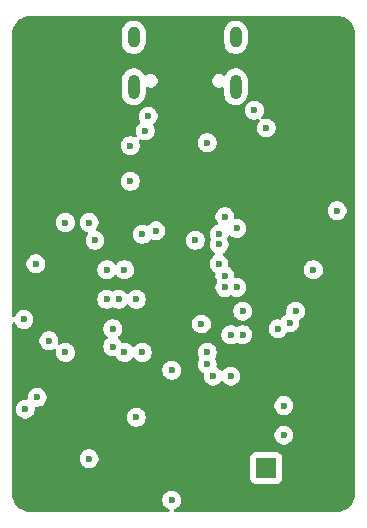
<source format=gbr>
%TF.GenerationSoftware,KiCad,Pcbnew,9.0.5*%
%TF.CreationDate,2025-12-02T20:32:22-06:00*%
%TF.ProjectId,lorapuck,6c6f7261-7075-4636-9b2e-6b696361645f,rev?*%
%TF.SameCoordinates,Original*%
%TF.FileFunction,Copper,L3,Inr*%
%TF.FilePolarity,Positive*%
%FSLAX46Y46*%
G04 Gerber Fmt 4.6, Leading zero omitted, Abs format (unit mm)*
G04 Created by KiCad (PCBNEW 9.0.5) date 2025-12-02 20:32:22*
%MOMM*%
%LPD*%
G01*
G04 APERTURE LIST*
%TA.AperFunction,ComponentPad*%
%ADD10R,1.700000X1.700000*%
%TD*%
%TA.AperFunction,HeatsinkPad*%
%ADD11O,1.000000X2.100000*%
%TD*%
%TA.AperFunction,HeatsinkPad*%
%ADD12O,1.000000X1.800000*%
%TD*%
%TA.AperFunction,ViaPad*%
%ADD13C,0.600000*%
%TD*%
G04 APERTURE END LIST*
D10*
%TO.N,Net-(AE1-A)*%
%TO.C,AE1*%
X100000000Y-118800000D03*
%TD*%
D11*
%TO.N,Net-(J1-SHIELD)*%
%TO.C,J1*%
X97430000Y-86500000D03*
D12*
X97430000Y-82320000D03*
D11*
X88790000Y-86500000D03*
D12*
X88790000Y-82320000D03*
%TD*%
D13*
%TO.N,+3V3*%
X89500000Y-111500000D03*
X84000000Y-110000000D03*
X104000000Y-103000000D03*
X91000000Y-105000000D03*
X101500000Y-110000000D03*
X89500000Y-96000000D03*
X83000000Y-111400000D03*
X93500000Y-105500000D03*
X98000000Y-96000000D03*
X94000000Y-114500000D03*
X101500000Y-93000000D03*
X88500000Y-99500000D03*
X92000000Y-102500000D03*
X91000000Y-108000000D03*
%TO.N,Earth*%
X101500000Y-113500000D03*
X88500000Y-91500000D03*
X95000000Y-91250000D03*
X83000000Y-109000000D03*
X102500000Y-105500000D03*
X100000000Y-90000000D03*
X90668478Y-98706569D03*
X104000000Y-102000000D03*
X99000000Y-88500000D03*
X98000000Y-105500000D03*
X88000000Y-109000000D03*
X89750000Y-90250000D03*
X94000000Y-99500000D03*
X90000000Y-89000000D03*
X80600000Y-112800000D03*
X101000000Y-107000000D03*
X102000000Y-106500000D03*
X96500000Y-97500000D03*
X97000000Y-111000000D03*
X89000000Y-114500000D03*
X106000000Y-97000000D03*
X87000000Y-107000000D03*
X80500000Y-101500000D03*
X92000000Y-121500000D03*
X85000000Y-118000000D03*
X79600000Y-113800000D03*
X101500000Y-116000000D03*
X88500000Y-94500000D03*
X87000000Y-108500000D03*
%TO.N,+1V1*%
X89500000Y-109000000D03*
X89000000Y-104500000D03*
%TO.N,/SX_DIO2*%
X97500000Y-98500000D03*
X98000000Y-107500000D03*
%TO.N,/SX_DIO1*%
X96000000Y-99000000D03*
X92000000Y-110500000D03*
%TO.N,/SPI_MISO*%
X95000000Y-109000000D03*
X96000000Y-101500000D03*
%TO.N,/SPI_MOSI*%
X96500000Y-102500000D03*
X95000000Y-110000000D03*
%TO.N,/SX_NSS*%
X97000000Y-107500000D03*
X97500000Y-103500000D03*
%TO.N,/SPI_CLK*%
X96500000Y-103500000D03*
X95500000Y-111000000D03*
%TO.N,/SX_BUSY*%
X94516641Y-106590000D03*
X96006094Y-99852591D03*
%TO.N,/QSPI_SCLK*%
X87500000Y-104500000D03*
X85500000Y-99500000D03*
%TO.N,/QSPI_SD1*%
X86500000Y-104500000D03*
X83000000Y-98000000D03*
%TO.N,/QSPI_SD2*%
X85000000Y-98000000D03*
X86500000Y-102000000D03*
%TO.N,Net-(U6-SCL)*%
X81600000Y-108000000D03*
X79482419Y-106210646D03*
%TO.N,/QSPI_SD3*%
X89500000Y-99000000D03*
X88000000Y-102000000D03*
%TD*%
%TA.AperFunction,Conductor*%
%TO.N,+3V3*%
G36*
X106004418Y-80500816D02*
G01*
X106204561Y-80515130D01*
X106222063Y-80517647D01*
X106413797Y-80559355D01*
X106430755Y-80564334D01*
X106614609Y-80632909D01*
X106630701Y-80640259D01*
X106802904Y-80734288D01*
X106817784Y-80743849D01*
X106974867Y-80861441D01*
X106988237Y-80873027D01*
X107126972Y-81011762D01*
X107138558Y-81025132D01*
X107256146Y-81182210D01*
X107265711Y-81197095D01*
X107359740Y-81369298D01*
X107367090Y-81385390D01*
X107435662Y-81569236D01*
X107440646Y-81586212D01*
X107482351Y-81777931D01*
X107484869Y-81795442D01*
X107499184Y-81995580D01*
X107499500Y-82004427D01*
X107499500Y-120995572D01*
X107499184Y-121004419D01*
X107484869Y-121204557D01*
X107482351Y-121222068D01*
X107440646Y-121413787D01*
X107435662Y-121430763D01*
X107367090Y-121614609D01*
X107359740Y-121630701D01*
X107265711Y-121802904D01*
X107256146Y-121817789D01*
X107138558Y-121974867D01*
X107126972Y-121988237D01*
X106988237Y-122126972D01*
X106974867Y-122138558D01*
X106817789Y-122256146D01*
X106802904Y-122265711D01*
X106630701Y-122359740D01*
X106614609Y-122367090D01*
X106430763Y-122435662D01*
X106413787Y-122440646D01*
X106222068Y-122482351D01*
X106204557Y-122484869D01*
X106023779Y-122497799D01*
X106004417Y-122499184D01*
X105995572Y-122499500D01*
X92302190Y-122499500D01*
X92235151Y-122479815D01*
X92189396Y-122427011D01*
X92179452Y-122357853D01*
X92208477Y-122294297D01*
X92254738Y-122260939D01*
X92379172Y-122209397D01*
X92379172Y-122209396D01*
X92379179Y-122209394D01*
X92510289Y-122121789D01*
X92621789Y-122010289D01*
X92709394Y-121879179D01*
X92769737Y-121733497D01*
X92800500Y-121578842D01*
X92800500Y-121421158D01*
X92800500Y-121421155D01*
X92800499Y-121421153D01*
X92769738Y-121266510D01*
X92769737Y-121266503D01*
X92747742Y-121213401D01*
X92709397Y-121120827D01*
X92709390Y-121120814D01*
X92621789Y-120989711D01*
X92621786Y-120989707D01*
X92510292Y-120878213D01*
X92510288Y-120878210D01*
X92379185Y-120790609D01*
X92379172Y-120790602D01*
X92233501Y-120730264D01*
X92233489Y-120730261D01*
X92078845Y-120699500D01*
X92078842Y-120699500D01*
X91921158Y-120699500D01*
X91921155Y-120699500D01*
X91766510Y-120730261D01*
X91766498Y-120730264D01*
X91620827Y-120790602D01*
X91620814Y-120790609D01*
X91489711Y-120878210D01*
X91489707Y-120878213D01*
X91378213Y-120989707D01*
X91378210Y-120989711D01*
X91290609Y-121120814D01*
X91290602Y-121120827D01*
X91230264Y-121266498D01*
X91230261Y-121266510D01*
X91199500Y-121421153D01*
X91199500Y-121578846D01*
X91230261Y-121733489D01*
X91230264Y-121733501D01*
X91290602Y-121879172D01*
X91290609Y-121879185D01*
X91378210Y-122010288D01*
X91378213Y-122010292D01*
X91489707Y-122121786D01*
X91489711Y-122121789D01*
X91620814Y-122209390D01*
X91620827Y-122209397D01*
X91745262Y-122260939D01*
X91799666Y-122304779D01*
X91821731Y-122371074D01*
X91804452Y-122438773D01*
X91753315Y-122486384D01*
X91697810Y-122499500D01*
X80004428Y-122499500D01*
X79995582Y-122499184D01*
X79973622Y-122497613D01*
X79795442Y-122484869D01*
X79777931Y-122482351D01*
X79586212Y-122440646D01*
X79569236Y-122435662D01*
X79385390Y-122367090D01*
X79369298Y-122359740D01*
X79197095Y-122265711D01*
X79182210Y-122256146D01*
X79025132Y-122138558D01*
X79011762Y-122126972D01*
X78873027Y-121988237D01*
X78861441Y-121974867D01*
X78789814Y-121879185D01*
X78743849Y-121817784D01*
X78734288Y-121802904D01*
X78640259Y-121630701D01*
X78632909Y-121614609D01*
X78619569Y-121578844D01*
X78564334Y-121430755D01*
X78559355Y-121413797D01*
X78517647Y-121222063D01*
X78515130Y-121204556D01*
X78500816Y-121004418D01*
X78500500Y-120995572D01*
X78500500Y-117921153D01*
X84199500Y-117921153D01*
X84199500Y-118078846D01*
X84230261Y-118233489D01*
X84230264Y-118233501D01*
X84290602Y-118379172D01*
X84290609Y-118379185D01*
X84378210Y-118510288D01*
X84378213Y-118510292D01*
X84489707Y-118621786D01*
X84489711Y-118621789D01*
X84620814Y-118709390D01*
X84620827Y-118709397D01*
X84766498Y-118769735D01*
X84766503Y-118769737D01*
X84921153Y-118800499D01*
X84921156Y-118800500D01*
X84921158Y-118800500D01*
X85078844Y-118800500D01*
X85078845Y-118800499D01*
X85233497Y-118769737D01*
X85379179Y-118709394D01*
X85510289Y-118621789D01*
X85621789Y-118510289D01*
X85709394Y-118379179D01*
X85769737Y-118233497D01*
X85800500Y-118078842D01*
X85800500Y-117921158D01*
X85796716Y-117902135D01*
X98649500Y-117902135D01*
X98649500Y-119697870D01*
X98649501Y-119697876D01*
X98655908Y-119757483D01*
X98706202Y-119892328D01*
X98706206Y-119892335D01*
X98792452Y-120007544D01*
X98792455Y-120007547D01*
X98907664Y-120093793D01*
X98907671Y-120093797D01*
X99042517Y-120144091D01*
X99042516Y-120144091D01*
X99049444Y-120144835D01*
X99102127Y-120150500D01*
X100897872Y-120150499D01*
X100957483Y-120144091D01*
X101092331Y-120093796D01*
X101207546Y-120007546D01*
X101293796Y-119892331D01*
X101344091Y-119757483D01*
X101350500Y-119697873D01*
X101350499Y-117902128D01*
X101344091Y-117842517D01*
X101315742Y-117766510D01*
X101293797Y-117707671D01*
X101293793Y-117707664D01*
X101207547Y-117592455D01*
X101207544Y-117592452D01*
X101092335Y-117506206D01*
X101092328Y-117506202D01*
X100957482Y-117455908D01*
X100957483Y-117455908D01*
X100897883Y-117449501D01*
X100897881Y-117449500D01*
X100897873Y-117449500D01*
X100897864Y-117449500D01*
X99102129Y-117449500D01*
X99102123Y-117449501D01*
X99042516Y-117455908D01*
X98907671Y-117506202D01*
X98907664Y-117506206D01*
X98792455Y-117592452D01*
X98792452Y-117592455D01*
X98706206Y-117707664D01*
X98706202Y-117707671D01*
X98655908Y-117842517D01*
X98649501Y-117902116D01*
X98649501Y-117902123D01*
X98649500Y-117902135D01*
X85796716Y-117902135D01*
X85796714Y-117902127D01*
X85769738Y-117766510D01*
X85769737Y-117766503D01*
X85745368Y-117707671D01*
X85709397Y-117620827D01*
X85709390Y-117620814D01*
X85621789Y-117489711D01*
X85621786Y-117489707D01*
X85510292Y-117378213D01*
X85510288Y-117378210D01*
X85379185Y-117290609D01*
X85379172Y-117290602D01*
X85233501Y-117230264D01*
X85233489Y-117230261D01*
X85078845Y-117199500D01*
X85078842Y-117199500D01*
X84921158Y-117199500D01*
X84921155Y-117199500D01*
X84766510Y-117230261D01*
X84766498Y-117230264D01*
X84620827Y-117290602D01*
X84620814Y-117290609D01*
X84489711Y-117378210D01*
X84489707Y-117378213D01*
X84378213Y-117489707D01*
X84378210Y-117489711D01*
X84290609Y-117620814D01*
X84290602Y-117620827D01*
X84230264Y-117766498D01*
X84230261Y-117766510D01*
X84199500Y-117921153D01*
X78500500Y-117921153D01*
X78500500Y-115921153D01*
X100699500Y-115921153D01*
X100699500Y-116078846D01*
X100730261Y-116233489D01*
X100730264Y-116233501D01*
X100790602Y-116379172D01*
X100790609Y-116379185D01*
X100878210Y-116510288D01*
X100878213Y-116510292D01*
X100989707Y-116621786D01*
X100989711Y-116621789D01*
X101120814Y-116709390D01*
X101120827Y-116709397D01*
X101266498Y-116769735D01*
X101266503Y-116769737D01*
X101421153Y-116800499D01*
X101421156Y-116800500D01*
X101421158Y-116800500D01*
X101578844Y-116800500D01*
X101578845Y-116800499D01*
X101733497Y-116769737D01*
X101879179Y-116709394D01*
X102010289Y-116621789D01*
X102121789Y-116510289D01*
X102209394Y-116379179D01*
X102269737Y-116233497D01*
X102300500Y-116078842D01*
X102300500Y-115921158D01*
X102300500Y-115921155D01*
X102300499Y-115921153D01*
X102269738Y-115766510D01*
X102269737Y-115766503D01*
X102269735Y-115766498D01*
X102209397Y-115620827D01*
X102209390Y-115620814D01*
X102121789Y-115489711D01*
X102121786Y-115489707D01*
X102010292Y-115378213D01*
X102010288Y-115378210D01*
X101879185Y-115290609D01*
X101879172Y-115290602D01*
X101733501Y-115230264D01*
X101733489Y-115230261D01*
X101578845Y-115199500D01*
X101578842Y-115199500D01*
X101421158Y-115199500D01*
X101421155Y-115199500D01*
X101266510Y-115230261D01*
X101266498Y-115230264D01*
X101120827Y-115290602D01*
X101120814Y-115290609D01*
X100989711Y-115378210D01*
X100989707Y-115378213D01*
X100878213Y-115489707D01*
X100878210Y-115489711D01*
X100790609Y-115620814D01*
X100790602Y-115620827D01*
X100730264Y-115766498D01*
X100730261Y-115766510D01*
X100699500Y-115921153D01*
X78500500Y-115921153D01*
X78500500Y-113721153D01*
X78799500Y-113721153D01*
X78799500Y-113878846D01*
X78830261Y-114033489D01*
X78830264Y-114033501D01*
X78890602Y-114179172D01*
X78890609Y-114179185D01*
X78978210Y-114310288D01*
X78978213Y-114310292D01*
X79089707Y-114421786D01*
X79089711Y-114421789D01*
X79220814Y-114509390D01*
X79220827Y-114509397D01*
X79366498Y-114569735D01*
X79366503Y-114569737D01*
X79521153Y-114600499D01*
X79521156Y-114600500D01*
X79521158Y-114600500D01*
X79678844Y-114600500D01*
X79678845Y-114600499D01*
X79833497Y-114569737D01*
X79979179Y-114509394D01*
X80110289Y-114421789D01*
X80110925Y-114421153D01*
X88199500Y-114421153D01*
X88199500Y-114578846D01*
X88230261Y-114733489D01*
X88230264Y-114733501D01*
X88290602Y-114879172D01*
X88290609Y-114879185D01*
X88378210Y-115010288D01*
X88378213Y-115010292D01*
X88489707Y-115121786D01*
X88489711Y-115121789D01*
X88620814Y-115209390D01*
X88620827Y-115209397D01*
X88766498Y-115269735D01*
X88766503Y-115269737D01*
X88921153Y-115300499D01*
X88921156Y-115300500D01*
X88921158Y-115300500D01*
X89078844Y-115300500D01*
X89078845Y-115300499D01*
X89233497Y-115269737D01*
X89379179Y-115209394D01*
X89510289Y-115121789D01*
X89621789Y-115010289D01*
X89709394Y-114879179D01*
X89769737Y-114733497D01*
X89800500Y-114578842D01*
X89800500Y-114421158D01*
X89800500Y-114421155D01*
X89800499Y-114421153D01*
X89778447Y-114310292D01*
X89769737Y-114266503D01*
X89733569Y-114179185D01*
X89709397Y-114120827D01*
X89709390Y-114120814D01*
X89621789Y-113989711D01*
X89621786Y-113989707D01*
X89510292Y-113878213D01*
X89510288Y-113878210D01*
X89379185Y-113790609D01*
X89379172Y-113790602D01*
X89233501Y-113730264D01*
X89233489Y-113730261D01*
X89078845Y-113699500D01*
X89078842Y-113699500D01*
X88921158Y-113699500D01*
X88921155Y-113699500D01*
X88766510Y-113730261D01*
X88766498Y-113730264D01*
X88620827Y-113790602D01*
X88620814Y-113790609D01*
X88489711Y-113878210D01*
X88489707Y-113878213D01*
X88378213Y-113989707D01*
X88378210Y-113989711D01*
X88290609Y-114120814D01*
X88290602Y-114120827D01*
X88230264Y-114266498D01*
X88230261Y-114266510D01*
X88199500Y-114421153D01*
X80110925Y-114421153D01*
X80204694Y-114327385D01*
X80221786Y-114310292D01*
X80221789Y-114310289D01*
X80309394Y-114179179D01*
X80369737Y-114033497D01*
X80400500Y-113878842D01*
X80400500Y-113724500D01*
X80420185Y-113657461D01*
X80472989Y-113611706D01*
X80524500Y-113600500D01*
X80678844Y-113600500D01*
X80678845Y-113600499D01*
X80833497Y-113569737D01*
X80979179Y-113509394D01*
X81110289Y-113421789D01*
X81110925Y-113421153D01*
X100699500Y-113421153D01*
X100699500Y-113578846D01*
X100730261Y-113733489D01*
X100730264Y-113733501D01*
X100790602Y-113879172D01*
X100790609Y-113879185D01*
X100878210Y-114010288D01*
X100878213Y-114010292D01*
X100989707Y-114121786D01*
X100989711Y-114121789D01*
X101120814Y-114209390D01*
X101120827Y-114209397D01*
X101258683Y-114266498D01*
X101266503Y-114269737D01*
X101421153Y-114300499D01*
X101421156Y-114300500D01*
X101421158Y-114300500D01*
X101578844Y-114300500D01*
X101578845Y-114300499D01*
X101733497Y-114269737D01*
X101879179Y-114209394D01*
X102010289Y-114121789D01*
X102121789Y-114010289D01*
X102209394Y-113879179D01*
X102269737Y-113733497D01*
X102300500Y-113578842D01*
X102300500Y-113421158D01*
X102300500Y-113421155D01*
X102300499Y-113421153D01*
X102278447Y-113310292D01*
X102269737Y-113266503D01*
X102233569Y-113179185D01*
X102209397Y-113120827D01*
X102209390Y-113120814D01*
X102121789Y-112989711D01*
X102121786Y-112989707D01*
X102010292Y-112878213D01*
X102010288Y-112878210D01*
X101879185Y-112790609D01*
X101879172Y-112790602D01*
X101733501Y-112730264D01*
X101733489Y-112730261D01*
X101578845Y-112699500D01*
X101578842Y-112699500D01*
X101421158Y-112699500D01*
X101421155Y-112699500D01*
X101266510Y-112730261D01*
X101266498Y-112730264D01*
X101120827Y-112790602D01*
X101120814Y-112790609D01*
X100989711Y-112878210D01*
X100989707Y-112878213D01*
X100878213Y-112989707D01*
X100878210Y-112989711D01*
X100790609Y-113120814D01*
X100790602Y-113120827D01*
X100730264Y-113266498D01*
X100730261Y-113266510D01*
X100699500Y-113421153D01*
X81110925Y-113421153D01*
X81111264Y-113420814D01*
X81204694Y-113327385D01*
X81221786Y-113310292D01*
X81221789Y-113310289D01*
X81309394Y-113179179D01*
X81369737Y-113033497D01*
X81400500Y-112878842D01*
X81400500Y-112721158D01*
X81400500Y-112721155D01*
X81400499Y-112721153D01*
X81369738Y-112566510D01*
X81369737Y-112566503D01*
X81369735Y-112566498D01*
X81309397Y-112420827D01*
X81309390Y-112420814D01*
X81221789Y-112289711D01*
X81221786Y-112289707D01*
X81110292Y-112178213D01*
X81110288Y-112178210D01*
X80979185Y-112090609D01*
X80979172Y-112090602D01*
X80833501Y-112030264D01*
X80833489Y-112030261D01*
X80678845Y-111999500D01*
X80678842Y-111999500D01*
X80521158Y-111999500D01*
X80521155Y-111999500D01*
X80366510Y-112030261D01*
X80366498Y-112030264D01*
X80220827Y-112090602D01*
X80220814Y-112090609D01*
X80089711Y-112178210D01*
X80089707Y-112178213D01*
X79978213Y-112289707D01*
X79978210Y-112289711D01*
X79890609Y-112420814D01*
X79890602Y-112420827D01*
X79830264Y-112566498D01*
X79830261Y-112566510D01*
X79799500Y-112721153D01*
X79799500Y-112875500D01*
X79779815Y-112942539D01*
X79727011Y-112988294D01*
X79675500Y-112999500D01*
X79521155Y-112999500D01*
X79366510Y-113030261D01*
X79366498Y-113030264D01*
X79220827Y-113090602D01*
X79220814Y-113090609D01*
X79089711Y-113178210D01*
X79089707Y-113178213D01*
X78978213Y-113289707D01*
X78978210Y-113289711D01*
X78890609Y-113420814D01*
X78890602Y-113420827D01*
X78830264Y-113566498D01*
X78830261Y-113566510D01*
X78799500Y-113721153D01*
X78500500Y-113721153D01*
X78500500Y-110421153D01*
X91199500Y-110421153D01*
X91199500Y-110578846D01*
X91230261Y-110733489D01*
X91230264Y-110733501D01*
X91290602Y-110879172D01*
X91290609Y-110879185D01*
X91378210Y-111010288D01*
X91378213Y-111010292D01*
X91489707Y-111121786D01*
X91489711Y-111121789D01*
X91620814Y-111209390D01*
X91620827Y-111209397D01*
X91766498Y-111269735D01*
X91766503Y-111269737D01*
X91921153Y-111300499D01*
X91921156Y-111300500D01*
X91921158Y-111300500D01*
X92078844Y-111300500D01*
X92078845Y-111300499D01*
X92233497Y-111269737D01*
X92379179Y-111209394D01*
X92510289Y-111121789D01*
X92621789Y-111010289D01*
X92709394Y-110879179D01*
X92769737Y-110733497D01*
X92800500Y-110578842D01*
X92800500Y-110421158D01*
X92800500Y-110421155D01*
X92800499Y-110421153D01*
X92774531Y-110290606D01*
X92769737Y-110266503D01*
X92756062Y-110233489D01*
X92709397Y-110120827D01*
X92709390Y-110120814D01*
X92621789Y-109989711D01*
X92621786Y-109989707D01*
X92510292Y-109878213D01*
X92510288Y-109878210D01*
X92379185Y-109790609D01*
X92379172Y-109790602D01*
X92233501Y-109730264D01*
X92233489Y-109730261D01*
X92078845Y-109699500D01*
X92078842Y-109699500D01*
X91921158Y-109699500D01*
X91921155Y-109699500D01*
X91766510Y-109730261D01*
X91766498Y-109730264D01*
X91620827Y-109790602D01*
X91620814Y-109790609D01*
X91489711Y-109878210D01*
X91489707Y-109878213D01*
X91378213Y-109989707D01*
X91378210Y-109989711D01*
X91290609Y-110120814D01*
X91290602Y-110120827D01*
X91230264Y-110266498D01*
X91230261Y-110266510D01*
X91199500Y-110421153D01*
X78500500Y-110421153D01*
X78500500Y-107921153D01*
X80799500Y-107921153D01*
X80799500Y-108078846D01*
X80830261Y-108233489D01*
X80830264Y-108233501D01*
X80890602Y-108379172D01*
X80890609Y-108379185D01*
X80978210Y-108510288D01*
X80978213Y-108510292D01*
X81089707Y-108621786D01*
X81089711Y-108621789D01*
X81220814Y-108709390D01*
X81220827Y-108709397D01*
X81358683Y-108766498D01*
X81366503Y-108769737D01*
X81478567Y-108792028D01*
X81521153Y-108800499D01*
X81521156Y-108800500D01*
X81521158Y-108800500D01*
X81678844Y-108800500D01*
X81678845Y-108800499D01*
X81833497Y-108769737D01*
X81979179Y-108709394D01*
X82032939Y-108673473D01*
X82099616Y-108652595D01*
X82166996Y-108671079D01*
X82213687Y-108723058D01*
X82224863Y-108792028D01*
X82223447Y-108800766D01*
X82199500Y-108921153D01*
X82199500Y-109078846D01*
X82230261Y-109233489D01*
X82230264Y-109233501D01*
X82290602Y-109379172D01*
X82290609Y-109379185D01*
X82378210Y-109510288D01*
X82378213Y-109510292D01*
X82489707Y-109621786D01*
X82489711Y-109621789D01*
X82620814Y-109709390D01*
X82620827Y-109709397D01*
X82758683Y-109766498D01*
X82766503Y-109769737D01*
X82921153Y-109800499D01*
X82921156Y-109800500D01*
X82921158Y-109800500D01*
X83078844Y-109800500D01*
X83078845Y-109800499D01*
X83233497Y-109769737D01*
X83379179Y-109709394D01*
X83510289Y-109621789D01*
X83621789Y-109510289D01*
X83709394Y-109379179D01*
X83769737Y-109233497D01*
X83800500Y-109078842D01*
X83800500Y-108921158D01*
X83800500Y-108921155D01*
X83800499Y-108921153D01*
X83769738Y-108766510D01*
X83769737Y-108766503D01*
X83731203Y-108673473D01*
X83709397Y-108620827D01*
X83709390Y-108620814D01*
X83621789Y-108489711D01*
X83621786Y-108489707D01*
X83510292Y-108378213D01*
X83510288Y-108378210D01*
X83379185Y-108290609D01*
X83379172Y-108290602D01*
X83233501Y-108230264D01*
X83233489Y-108230261D01*
X83078845Y-108199500D01*
X83078842Y-108199500D01*
X82921158Y-108199500D01*
X82921155Y-108199500D01*
X82766510Y-108230261D01*
X82766498Y-108230264D01*
X82620827Y-108290602D01*
X82620811Y-108290611D01*
X82567058Y-108326527D01*
X82500380Y-108347404D01*
X82433001Y-108328918D01*
X82386311Y-108276939D01*
X82375136Y-108207969D01*
X82376547Y-108199257D01*
X82400500Y-108078842D01*
X82400500Y-107921158D01*
X82400500Y-107921155D01*
X82400499Y-107921153D01*
X82376499Y-107800499D01*
X82369737Y-107766503D01*
X82356062Y-107733489D01*
X82309397Y-107620827D01*
X82309390Y-107620814D01*
X82221789Y-107489711D01*
X82221786Y-107489707D01*
X82110292Y-107378213D01*
X82110288Y-107378210D01*
X81979185Y-107290609D01*
X81979172Y-107290602D01*
X81833501Y-107230264D01*
X81833489Y-107230261D01*
X81678845Y-107199500D01*
X81678842Y-107199500D01*
X81521158Y-107199500D01*
X81521155Y-107199500D01*
X81366510Y-107230261D01*
X81366498Y-107230264D01*
X81220827Y-107290602D01*
X81220814Y-107290609D01*
X81089711Y-107378210D01*
X81089707Y-107378213D01*
X80978213Y-107489707D01*
X80978210Y-107489711D01*
X80890609Y-107620814D01*
X80890602Y-107620827D01*
X80830264Y-107766498D01*
X80830261Y-107766510D01*
X80799500Y-107921153D01*
X78500500Y-107921153D01*
X78500500Y-106555280D01*
X78520185Y-106488241D01*
X78572989Y-106442486D01*
X78642147Y-106432542D01*
X78705703Y-106461567D01*
X78739061Y-106507828D01*
X78773021Y-106589819D01*
X78773028Y-106589831D01*
X78860629Y-106720934D01*
X78860632Y-106720938D01*
X78972126Y-106832432D01*
X78972130Y-106832435D01*
X79103233Y-106920036D01*
X79103246Y-106920043D01*
X79221856Y-106969172D01*
X79248922Y-106980383D01*
X79399264Y-107010288D01*
X79403572Y-107011145D01*
X79403575Y-107011146D01*
X79403577Y-107011146D01*
X79561263Y-107011146D01*
X79561264Y-107011145D01*
X79715916Y-106980383D01*
X79858911Y-106921153D01*
X86199500Y-106921153D01*
X86199500Y-107078846D01*
X86230261Y-107233489D01*
X86230264Y-107233501D01*
X86290602Y-107379172D01*
X86290609Y-107379185D01*
X86378210Y-107510288D01*
X86378213Y-107510292D01*
X86489707Y-107621786D01*
X86489710Y-107621788D01*
X86489711Y-107621789D01*
X86515219Y-107638833D01*
X86527289Y-107646898D01*
X86572093Y-107700511D01*
X86580800Y-107769836D01*
X86550645Y-107832863D01*
X86527289Y-107853102D01*
X86489707Y-107878213D01*
X86378213Y-107989707D01*
X86378210Y-107989711D01*
X86290609Y-108120814D01*
X86290602Y-108120827D01*
X86230264Y-108266498D01*
X86230261Y-108266510D01*
X86199500Y-108421153D01*
X86199500Y-108578846D01*
X86230261Y-108733489D01*
X86230264Y-108733501D01*
X86290602Y-108879172D01*
X86290609Y-108879185D01*
X86378210Y-109010288D01*
X86378213Y-109010292D01*
X86489707Y-109121786D01*
X86489711Y-109121789D01*
X86620814Y-109209390D01*
X86620827Y-109209397D01*
X86756450Y-109265573D01*
X86766503Y-109269737D01*
X86886736Y-109293653D01*
X86921153Y-109300499D01*
X86921156Y-109300500D01*
X86921158Y-109300500D01*
X87078843Y-109300500D01*
X87095304Y-109297225D01*
X87144568Y-109287426D01*
X87214158Y-109293653D01*
X87269336Y-109336515D01*
X87283320Y-109361589D01*
X87290606Y-109379179D01*
X87290609Y-109379185D01*
X87378210Y-109510288D01*
X87378213Y-109510292D01*
X87489707Y-109621786D01*
X87489711Y-109621789D01*
X87620814Y-109709390D01*
X87620827Y-109709397D01*
X87758683Y-109766498D01*
X87766503Y-109769737D01*
X87921153Y-109800499D01*
X87921156Y-109800500D01*
X87921158Y-109800500D01*
X88078844Y-109800500D01*
X88078845Y-109800499D01*
X88233497Y-109769737D01*
X88379179Y-109709394D01*
X88510289Y-109621789D01*
X88621789Y-109510289D01*
X88630143Y-109497786D01*
X88646898Y-109472712D01*
X88700510Y-109427906D01*
X88769835Y-109419199D01*
X88832862Y-109449353D01*
X88853102Y-109472712D01*
X88878207Y-109510284D01*
X88878213Y-109510292D01*
X88989707Y-109621786D01*
X88989711Y-109621789D01*
X89120814Y-109709390D01*
X89120827Y-109709397D01*
X89258683Y-109766498D01*
X89266503Y-109769737D01*
X89421153Y-109800499D01*
X89421156Y-109800500D01*
X89421158Y-109800500D01*
X89578844Y-109800500D01*
X89578845Y-109800499D01*
X89733497Y-109769737D01*
X89879179Y-109709394D01*
X90010289Y-109621789D01*
X90121789Y-109510289D01*
X90209394Y-109379179D01*
X90269737Y-109233497D01*
X90300500Y-109078842D01*
X90300500Y-108921158D01*
X90300500Y-108921155D01*
X90300499Y-108921153D01*
X94199500Y-108921153D01*
X94199500Y-109078846D01*
X94230261Y-109233489D01*
X94230264Y-109233501D01*
X94290602Y-109379172D01*
X94290609Y-109379185D01*
X94325304Y-109431109D01*
X94346182Y-109497786D01*
X94327698Y-109565167D01*
X94325304Y-109568891D01*
X94290609Y-109620814D01*
X94290602Y-109620827D01*
X94230264Y-109766498D01*
X94230261Y-109766510D01*
X94199500Y-109921153D01*
X94199500Y-110078846D01*
X94230261Y-110233489D01*
X94230264Y-110233501D01*
X94290602Y-110379172D01*
X94290609Y-110379185D01*
X94378210Y-110510288D01*
X94378213Y-110510292D01*
X94489707Y-110621786D01*
X94489711Y-110621789D01*
X94620817Y-110709392D01*
X94620819Y-110709393D01*
X94620821Y-110709394D01*
X94638409Y-110716679D01*
X94692812Y-110760520D01*
X94714877Y-110826814D01*
X94712573Y-110855431D01*
X94699500Y-110921153D01*
X94699500Y-111078846D01*
X94730261Y-111233489D01*
X94730264Y-111233501D01*
X94790602Y-111379172D01*
X94790609Y-111379185D01*
X94878210Y-111510288D01*
X94878213Y-111510292D01*
X94989707Y-111621786D01*
X94989711Y-111621789D01*
X95120814Y-111709390D01*
X95120827Y-111709397D01*
X95266498Y-111769735D01*
X95266503Y-111769737D01*
X95421153Y-111800499D01*
X95421156Y-111800500D01*
X95421158Y-111800500D01*
X95578844Y-111800500D01*
X95578845Y-111800499D01*
X95733497Y-111769737D01*
X95879179Y-111709394D01*
X96010289Y-111621789D01*
X96121789Y-111510289D01*
X96129145Y-111499279D01*
X96146898Y-111472712D01*
X96200510Y-111427906D01*
X96269835Y-111419199D01*
X96332862Y-111449353D01*
X96353102Y-111472712D01*
X96378207Y-111510284D01*
X96378213Y-111510292D01*
X96489707Y-111621786D01*
X96489711Y-111621789D01*
X96620814Y-111709390D01*
X96620827Y-111709397D01*
X96766498Y-111769735D01*
X96766503Y-111769737D01*
X96921153Y-111800499D01*
X96921156Y-111800500D01*
X96921158Y-111800500D01*
X97078844Y-111800500D01*
X97078845Y-111800499D01*
X97233497Y-111769737D01*
X97379179Y-111709394D01*
X97510289Y-111621789D01*
X97621789Y-111510289D01*
X97709394Y-111379179D01*
X97769737Y-111233497D01*
X97800500Y-111078842D01*
X97800500Y-110921158D01*
X97800500Y-110921155D01*
X97800499Y-110921153D01*
X97787426Y-110855431D01*
X97769737Y-110766503D01*
X97750000Y-110718853D01*
X97709397Y-110620827D01*
X97709390Y-110620814D01*
X97621789Y-110489711D01*
X97621786Y-110489707D01*
X97510292Y-110378213D01*
X97510288Y-110378210D01*
X97379185Y-110290609D01*
X97379172Y-110290602D01*
X97233501Y-110230264D01*
X97233489Y-110230261D01*
X97078845Y-110199500D01*
X97078842Y-110199500D01*
X96921158Y-110199500D01*
X96921155Y-110199500D01*
X96766510Y-110230261D01*
X96766498Y-110230264D01*
X96620827Y-110290602D01*
X96620814Y-110290609D01*
X96489711Y-110378210D01*
X96489707Y-110378213D01*
X96378213Y-110489707D01*
X96353102Y-110527289D01*
X96299489Y-110572093D01*
X96230164Y-110580800D01*
X96167137Y-110550645D01*
X96146898Y-110527289D01*
X96121786Y-110489707D01*
X96010292Y-110378213D01*
X96010288Y-110378210D01*
X95879185Y-110290609D01*
X95879179Y-110290606D01*
X95861589Y-110283320D01*
X95807186Y-110239478D01*
X95785122Y-110173184D01*
X95787425Y-110144571D01*
X95800500Y-110078842D01*
X95800500Y-109921158D01*
X95800500Y-109921155D01*
X95800499Y-109921153D01*
X95774531Y-109790606D01*
X95769737Y-109766503D01*
X95769735Y-109766498D01*
X95709396Y-109620825D01*
X95709394Y-109620822D01*
X95709394Y-109620821D01*
X95674694Y-109568889D01*
X95653816Y-109502215D01*
X95672300Y-109434835D01*
X95674676Y-109431136D01*
X95709394Y-109379179D01*
X95769737Y-109233497D01*
X95800500Y-109078842D01*
X95800500Y-108921158D01*
X95800500Y-108921155D01*
X95800499Y-108921153D01*
X95769738Y-108766510D01*
X95769737Y-108766503D01*
X95731203Y-108673473D01*
X95709397Y-108620827D01*
X95709390Y-108620814D01*
X95621789Y-108489711D01*
X95621786Y-108489707D01*
X95510292Y-108378213D01*
X95510288Y-108378210D01*
X95379185Y-108290609D01*
X95379172Y-108290602D01*
X95233501Y-108230264D01*
X95233489Y-108230261D01*
X95078845Y-108199500D01*
X95078842Y-108199500D01*
X94921158Y-108199500D01*
X94921155Y-108199500D01*
X94766510Y-108230261D01*
X94766498Y-108230264D01*
X94620827Y-108290602D01*
X94620814Y-108290609D01*
X94489711Y-108378210D01*
X94489707Y-108378213D01*
X94378213Y-108489707D01*
X94378210Y-108489711D01*
X94290609Y-108620814D01*
X94290602Y-108620827D01*
X94230264Y-108766498D01*
X94230261Y-108766510D01*
X94199500Y-108921153D01*
X90300499Y-108921153D01*
X90269738Y-108766510D01*
X90269737Y-108766503D01*
X90231203Y-108673473D01*
X90209397Y-108620827D01*
X90209390Y-108620814D01*
X90121789Y-108489711D01*
X90121786Y-108489707D01*
X90010292Y-108378213D01*
X90010288Y-108378210D01*
X89879185Y-108290609D01*
X89879172Y-108290602D01*
X89733501Y-108230264D01*
X89733489Y-108230261D01*
X89578845Y-108199500D01*
X89578842Y-108199500D01*
X89421158Y-108199500D01*
X89421155Y-108199500D01*
X89266510Y-108230261D01*
X89266498Y-108230264D01*
X89120827Y-108290602D01*
X89120814Y-108290609D01*
X88989711Y-108378210D01*
X88989707Y-108378213D01*
X88878213Y-108489707D01*
X88853102Y-108527289D01*
X88799489Y-108572093D01*
X88730164Y-108580800D01*
X88667137Y-108550645D01*
X88646898Y-108527289D01*
X88621786Y-108489707D01*
X88510292Y-108378213D01*
X88510288Y-108378210D01*
X88379185Y-108290609D01*
X88379172Y-108290602D01*
X88233501Y-108230264D01*
X88233489Y-108230261D01*
X88078845Y-108199500D01*
X88078842Y-108199500D01*
X87921158Y-108199500D01*
X87921153Y-108199500D01*
X87855431Y-108212573D01*
X87785839Y-108206346D01*
X87730662Y-108163482D01*
X87716679Y-108138409D01*
X87709795Y-108121789D01*
X87709394Y-108120821D01*
X87709393Y-108120819D01*
X87709392Y-108120817D01*
X87621789Y-107989711D01*
X87621786Y-107989707D01*
X87510292Y-107878213D01*
X87510284Y-107878207D01*
X87472712Y-107853102D01*
X87427906Y-107799490D01*
X87419199Y-107730165D01*
X87449353Y-107667138D01*
X87472712Y-107646898D01*
X87499279Y-107629145D01*
X87510289Y-107621789D01*
X87621789Y-107510289D01*
X87681348Y-107421153D01*
X96199500Y-107421153D01*
X96199500Y-107578846D01*
X96230261Y-107733489D01*
X96230264Y-107733501D01*
X96290602Y-107879172D01*
X96290609Y-107879185D01*
X96378210Y-108010288D01*
X96378213Y-108010292D01*
X96489707Y-108121786D01*
X96489711Y-108121789D01*
X96620814Y-108209390D01*
X96620827Y-108209397D01*
X96758683Y-108266498D01*
X96766503Y-108269737D01*
X96921153Y-108300499D01*
X96921156Y-108300500D01*
X96921158Y-108300500D01*
X97078844Y-108300500D01*
X97078845Y-108300499D01*
X97233497Y-108269737D01*
X97379179Y-108209394D01*
X97431110Y-108174694D01*
X97497785Y-108153816D01*
X97565165Y-108172300D01*
X97568863Y-108174676D01*
X97620821Y-108209394D01*
X97620823Y-108209395D01*
X97620825Y-108209396D01*
X97758683Y-108266498D01*
X97766503Y-108269737D01*
X97921153Y-108300499D01*
X97921156Y-108300500D01*
X97921158Y-108300500D01*
X98078844Y-108300500D01*
X98078845Y-108300499D01*
X98233497Y-108269737D01*
X98379179Y-108209394D01*
X98510289Y-108121789D01*
X98621789Y-108010289D01*
X98709394Y-107879179D01*
X98769737Y-107733497D01*
X98800500Y-107578842D01*
X98800500Y-107421158D01*
X98800500Y-107421155D01*
X98800499Y-107421153D01*
X98794402Y-107390500D01*
X98769737Y-107266503D01*
X98756062Y-107233489D01*
X98709397Y-107120827D01*
X98709390Y-107120814D01*
X98621790Y-106989712D01*
X98621784Y-106989705D01*
X98553232Y-106921153D01*
X100199500Y-106921153D01*
X100199500Y-107078846D01*
X100230261Y-107233489D01*
X100230264Y-107233501D01*
X100290602Y-107379172D01*
X100290609Y-107379185D01*
X100378210Y-107510288D01*
X100378213Y-107510292D01*
X100489707Y-107621786D01*
X100489711Y-107621789D01*
X100620814Y-107709390D01*
X100620827Y-107709397D01*
X100718853Y-107750000D01*
X100766503Y-107769737D01*
X100921153Y-107800499D01*
X100921156Y-107800500D01*
X100921158Y-107800500D01*
X101078844Y-107800500D01*
X101078845Y-107800499D01*
X101233497Y-107769737D01*
X101379179Y-107709394D01*
X101510289Y-107621789D01*
X101621789Y-107510289D01*
X101709394Y-107379179D01*
X101716677Y-107361593D01*
X101760514Y-107307190D01*
X101826807Y-107285122D01*
X101855431Y-107287426D01*
X101921155Y-107300500D01*
X101921158Y-107300500D01*
X102078844Y-107300500D01*
X102078845Y-107300499D01*
X102233497Y-107269737D01*
X102379179Y-107209394D01*
X102510289Y-107121789D01*
X102621789Y-107010289D01*
X102709394Y-106879179D01*
X102769737Y-106733497D01*
X102800500Y-106578842D01*
X102800500Y-106421158D01*
X102800500Y-106421155D01*
X102787426Y-106355431D01*
X102793653Y-106285840D01*
X102836515Y-106230662D01*
X102861589Y-106216679D01*
X102879179Y-106209394D01*
X103010289Y-106121789D01*
X103121789Y-106010289D01*
X103209394Y-105879179D01*
X103269737Y-105733497D01*
X103300500Y-105578842D01*
X103300500Y-105421158D01*
X103300500Y-105421155D01*
X103300499Y-105421153D01*
X103269738Y-105266510D01*
X103269737Y-105266503D01*
X103246080Y-105209390D01*
X103209397Y-105120827D01*
X103209390Y-105120814D01*
X103121789Y-104989711D01*
X103121786Y-104989707D01*
X103010292Y-104878213D01*
X103010288Y-104878210D01*
X102879185Y-104790609D01*
X102879172Y-104790602D01*
X102733501Y-104730264D01*
X102733489Y-104730261D01*
X102578845Y-104699500D01*
X102578842Y-104699500D01*
X102421158Y-104699500D01*
X102421155Y-104699500D01*
X102266510Y-104730261D01*
X102266498Y-104730264D01*
X102120827Y-104790602D01*
X102120814Y-104790609D01*
X101989711Y-104878210D01*
X101989707Y-104878213D01*
X101878213Y-104989707D01*
X101878210Y-104989711D01*
X101790609Y-105120814D01*
X101790602Y-105120827D01*
X101730264Y-105266498D01*
X101730261Y-105266510D01*
X101699500Y-105421153D01*
X101699500Y-105578846D01*
X101712573Y-105644568D01*
X101706346Y-105714159D01*
X101663483Y-105769337D01*
X101638411Y-105783319D01*
X101620826Y-105790603D01*
X101620814Y-105790609D01*
X101489711Y-105878210D01*
X101489707Y-105878213D01*
X101378213Y-105989707D01*
X101378210Y-105989711D01*
X101290609Y-106120814D01*
X101290603Y-106120826D01*
X101283319Y-106138411D01*
X101239477Y-106192814D01*
X101173182Y-106214877D01*
X101144568Y-106212573D01*
X101078846Y-106199500D01*
X101078842Y-106199500D01*
X100921158Y-106199500D01*
X100921155Y-106199500D01*
X100766510Y-106230261D01*
X100766498Y-106230264D01*
X100620827Y-106290602D01*
X100620814Y-106290609D01*
X100489711Y-106378210D01*
X100489707Y-106378213D01*
X100378213Y-106489707D01*
X100378210Y-106489711D01*
X100290609Y-106620814D01*
X100290602Y-106620827D01*
X100230264Y-106766498D01*
X100230261Y-106766510D01*
X100199500Y-106921153D01*
X98553232Y-106921153D01*
X98510292Y-106878213D01*
X98510288Y-106878210D01*
X98379185Y-106790609D01*
X98379172Y-106790602D01*
X98233501Y-106730264D01*
X98233489Y-106730261D01*
X98078845Y-106699500D01*
X98078842Y-106699500D01*
X97921158Y-106699500D01*
X97921155Y-106699500D01*
X97766510Y-106730261D01*
X97766498Y-106730264D01*
X97620827Y-106790602D01*
X97620814Y-106790609D01*
X97568891Y-106825304D01*
X97502214Y-106846182D01*
X97434833Y-106827698D01*
X97431109Y-106825304D01*
X97379185Y-106790609D01*
X97379172Y-106790602D01*
X97233501Y-106730264D01*
X97233489Y-106730261D01*
X97078845Y-106699500D01*
X97078842Y-106699500D01*
X96921158Y-106699500D01*
X96921155Y-106699500D01*
X96766510Y-106730261D01*
X96766498Y-106730264D01*
X96620827Y-106790602D01*
X96620814Y-106790609D01*
X96489711Y-106878210D01*
X96489707Y-106878213D01*
X96378213Y-106989707D01*
X96378210Y-106989711D01*
X96290609Y-107120814D01*
X96290602Y-107120827D01*
X96230264Y-107266498D01*
X96230261Y-107266510D01*
X96199500Y-107421153D01*
X87681348Y-107421153D01*
X87709394Y-107379179D01*
X87769737Y-107233497D01*
X87800500Y-107078842D01*
X87800500Y-106921158D01*
X87800500Y-106921155D01*
X87800499Y-106921153D01*
X87782851Y-106832432D01*
X87769737Y-106766503D01*
X87756062Y-106733489D01*
X87709397Y-106620827D01*
X87709390Y-106620814D01*
X87678081Y-106573957D01*
X87636116Y-106511153D01*
X93716141Y-106511153D01*
X93716141Y-106668846D01*
X93746902Y-106823489D01*
X93746905Y-106823501D01*
X93807243Y-106969172D01*
X93807250Y-106969185D01*
X93894851Y-107100288D01*
X93894854Y-107100292D01*
X94006348Y-107211786D01*
X94006352Y-107211789D01*
X94137455Y-107299390D01*
X94137468Y-107299397D01*
X94283139Y-107359735D01*
X94283144Y-107359737D01*
X94437794Y-107390499D01*
X94437797Y-107390500D01*
X94437799Y-107390500D01*
X94595485Y-107390500D01*
X94595486Y-107390499D01*
X94750138Y-107359737D01*
X94808209Y-107335683D01*
X94893139Y-107300505D01*
X94893140Y-107300504D01*
X94893152Y-107300499D01*
X94895820Y-107299394D01*
X95026930Y-107211789D01*
X95138430Y-107100289D01*
X95226035Y-106969179D01*
X95286378Y-106823497D01*
X95317141Y-106668842D01*
X95317141Y-106511158D01*
X95317141Y-106511155D01*
X95317140Y-106511153D01*
X95307277Y-106461567D01*
X95286378Y-106356503D01*
X95259081Y-106290602D01*
X95226038Y-106210827D01*
X95226031Y-106210814D01*
X95138430Y-106079711D01*
X95138427Y-106079707D01*
X95026933Y-105968213D01*
X95026929Y-105968210D01*
X94895826Y-105880609D01*
X94895813Y-105880602D01*
X94750142Y-105820264D01*
X94750130Y-105820261D01*
X94595486Y-105789500D01*
X94595483Y-105789500D01*
X94437799Y-105789500D01*
X94437796Y-105789500D01*
X94283151Y-105820261D01*
X94283139Y-105820264D01*
X94137468Y-105880602D01*
X94137455Y-105880609D01*
X94006352Y-105968210D01*
X94006348Y-105968213D01*
X93894854Y-106079707D01*
X93894851Y-106079711D01*
X93807250Y-106210814D01*
X93807243Y-106210827D01*
X93746905Y-106356498D01*
X93746902Y-106356510D01*
X93716141Y-106511153D01*
X87636116Y-106511153D01*
X87621789Y-106489711D01*
X87621786Y-106489707D01*
X87510292Y-106378213D01*
X87510288Y-106378210D01*
X87379185Y-106290609D01*
X87379172Y-106290602D01*
X87233501Y-106230264D01*
X87233489Y-106230261D01*
X87078845Y-106199500D01*
X87078842Y-106199500D01*
X86921158Y-106199500D01*
X86921155Y-106199500D01*
X86766510Y-106230261D01*
X86766498Y-106230264D01*
X86620827Y-106290602D01*
X86620814Y-106290609D01*
X86489711Y-106378210D01*
X86489707Y-106378213D01*
X86378213Y-106489707D01*
X86378210Y-106489711D01*
X86290609Y-106620814D01*
X86290602Y-106620827D01*
X86230264Y-106766498D01*
X86230261Y-106766510D01*
X86199500Y-106921153D01*
X79858911Y-106921153D01*
X79861598Y-106920040D01*
X79992708Y-106832435D01*
X79992711Y-106832432D01*
X79997759Y-106827385D01*
X80104205Y-106720938D01*
X80104208Y-106720935D01*
X80191813Y-106589825D01*
X80196362Y-106578844D01*
X80252154Y-106444147D01*
X80252156Y-106444143D01*
X80282919Y-106289488D01*
X80282919Y-106131804D01*
X80282919Y-106131801D01*
X80282918Y-106131799D01*
X80272556Y-106079707D01*
X80252156Y-105977149D01*
X80212167Y-105880606D01*
X80191816Y-105831473D01*
X80191809Y-105831460D01*
X80104208Y-105700357D01*
X80104205Y-105700353D01*
X79992711Y-105588859D01*
X79992707Y-105588856D01*
X79861604Y-105501255D01*
X79861591Y-105501248D01*
X79715920Y-105440910D01*
X79715908Y-105440907D01*
X79616599Y-105421153D01*
X97199500Y-105421153D01*
X97199500Y-105578846D01*
X97230261Y-105733489D01*
X97230264Y-105733501D01*
X97290602Y-105879172D01*
X97290609Y-105879185D01*
X97378210Y-106010288D01*
X97378213Y-106010292D01*
X97489707Y-106121786D01*
X97489711Y-106121789D01*
X97620814Y-106209390D01*
X97620827Y-106209397D01*
X97734425Y-106256450D01*
X97766503Y-106269737D01*
X97921153Y-106300499D01*
X97921156Y-106300500D01*
X97921158Y-106300500D01*
X98078844Y-106300500D01*
X98078845Y-106300499D01*
X98233497Y-106269737D01*
X98371504Y-106212573D01*
X98379172Y-106209397D01*
X98379172Y-106209396D01*
X98379179Y-106209394D01*
X98510289Y-106121789D01*
X98621789Y-106010289D01*
X98709394Y-105879179D01*
X98769737Y-105733497D01*
X98800500Y-105578842D01*
X98800500Y-105421158D01*
X98800500Y-105421155D01*
X98800499Y-105421153D01*
X98769738Y-105266510D01*
X98769737Y-105266503D01*
X98746080Y-105209390D01*
X98709397Y-105120827D01*
X98709390Y-105120814D01*
X98621789Y-104989711D01*
X98621786Y-104989707D01*
X98510292Y-104878213D01*
X98510288Y-104878210D01*
X98379185Y-104790609D01*
X98379172Y-104790602D01*
X98233501Y-104730264D01*
X98233489Y-104730261D01*
X98078845Y-104699500D01*
X98078842Y-104699500D01*
X97921158Y-104699500D01*
X97921155Y-104699500D01*
X97766510Y-104730261D01*
X97766498Y-104730264D01*
X97620827Y-104790602D01*
X97620814Y-104790609D01*
X97489711Y-104878210D01*
X97489707Y-104878213D01*
X97378213Y-104989707D01*
X97378210Y-104989711D01*
X97290609Y-105120814D01*
X97290602Y-105120827D01*
X97230264Y-105266498D01*
X97230261Y-105266510D01*
X97199500Y-105421153D01*
X79616599Y-105421153D01*
X79561264Y-105410146D01*
X79561261Y-105410146D01*
X79403577Y-105410146D01*
X79403574Y-105410146D01*
X79248929Y-105440907D01*
X79248917Y-105440910D01*
X79103246Y-105501248D01*
X79103233Y-105501255D01*
X78972130Y-105588856D01*
X78972126Y-105588859D01*
X78860632Y-105700353D01*
X78860629Y-105700357D01*
X78773028Y-105831460D01*
X78773021Y-105831473D01*
X78739061Y-105913463D01*
X78695220Y-105967867D01*
X78628926Y-105989932D01*
X78561227Y-105972653D01*
X78513616Y-105921516D01*
X78500500Y-105866011D01*
X78500500Y-104421153D01*
X85699500Y-104421153D01*
X85699500Y-104578846D01*
X85730261Y-104733489D01*
X85730264Y-104733501D01*
X85790602Y-104879172D01*
X85790609Y-104879185D01*
X85878210Y-105010288D01*
X85878213Y-105010292D01*
X85989707Y-105121786D01*
X85989711Y-105121789D01*
X86120814Y-105209390D01*
X86120827Y-105209397D01*
X86258683Y-105266498D01*
X86266503Y-105269737D01*
X86421153Y-105300499D01*
X86421156Y-105300500D01*
X86421158Y-105300500D01*
X86578844Y-105300500D01*
X86578845Y-105300499D01*
X86733497Y-105269737D01*
X86879179Y-105209394D01*
X86931110Y-105174694D01*
X86997785Y-105153816D01*
X87065165Y-105172300D01*
X87068863Y-105174676D01*
X87120821Y-105209394D01*
X87120823Y-105209395D01*
X87120825Y-105209396D01*
X87258683Y-105266498D01*
X87266503Y-105269737D01*
X87421153Y-105300499D01*
X87421156Y-105300500D01*
X87421158Y-105300500D01*
X87578844Y-105300500D01*
X87578845Y-105300499D01*
X87733497Y-105269737D01*
X87879179Y-105209394D01*
X88010289Y-105121789D01*
X88121789Y-105010289D01*
X88135539Y-104989711D01*
X88146898Y-104972712D01*
X88200510Y-104927906D01*
X88269835Y-104919199D01*
X88332862Y-104949353D01*
X88353102Y-104972712D01*
X88378207Y-105010284D01*
X88378213Y-105010292D01*
X88489707Y-105121786D01*
X88489711Y-105121789D01*
X88620814Y-105209390D01*
X88620827Y-105209397D01*
X88758683Y-105266498D01*
X88766503Y-105269737D01*
X88921153Y-105300499D01*
X88921156Y-105300500D01*
X88921158Y-105300500D01*
X89078844Y-105300500D01*
X89078845Y-105300499D01*
X89089179Y-105298443D01*
X89114287Y-105293450D01*
X89114292Y-105293449D01*
X89199800Y-105276439D01*
X89233497Y-105269737D01*
X89379179Y-105209394D01*
X89510289Y-105121789D01*
X89621789Y-105010289D01*
X89709394Y-104879179D01*
X89769737Y-104733497D01*
X89800500Y-104578842D01*
X89800500Y-104421158D01*
X89800500Y-104421155D01*
X89800499Y-104421153D01*
X89769738Y-104266510D01*
X89769737Y-104266503D01*
X89746080Y-104209390D01*
X89709397Y-104120827D01*
X89709390Y-104120814D01*
X89621789Y-103989711D01*
X89621786Y-103989707D01*
X89510292Y-103878213D01*
X89510288Y-103878210D01*
X89379185Y-103790609D01*
X89379172Y-103790602D01*
X89233501Y-103730264D01*
X89233489Y-103730261D01*
X89078845Y-103699500D01*
X89078842Y-103699500D01*
X88921158Y-103699500D01*
X88921155Y-103699500D01*
X88766510Y-103730261D01*
X88766498Y-103730264D01*
X88620827Y-103790602D01*
X88620814Y-103790609D01*
X88489711Y-103878210D01*
X88489707Y-103878213D01*
X88378213Y-103989707D01*
X88353102Y-104027289D01*
X88299489Y-104072093D01*
X88230164Y-104080800D01*
X88167137Y-104050645D01*
X88146898Y-104027289D01*
X88121786Y-103989707D01*
X88010292Y-103878213D01*
X88010288Y-103878210D01*
X87879185Y-103790609D01*
X87879172Y-103790602D01*
X87733501Y-103730264D01*
X87733489Y-103730261D01*
X87578845Y-103699500D01*
X87578842Y-103699500D01*
X87421158Y-103699500D01*
X87421155Y-103699500D01*
X87266510Y-103730261D01*
X87266498Y-103730264D01*
X87120827Y-103790602D01*
X87120814Y-103790609D01*
X87068891Y-103825304D01*
X87002214Y-103846182D01*
X86934833Y-103827698D01*
X86931109Y-103825304D01*
X86879185Y-103790609D01*
X86879172Y-103790602D01*
X86733501Y-103730264D01*
X86733489Y-103730261D01*
X86578845Y-103699500D01*
X86578842Y-103699500D01*
X86421158Y-103699500D01*
X86421155Y-103699500D01*
X86266510Y-103730261D01*
X86266498Y-103730264D01*
X86120827Y-103790602D01*
X86120814Y-103790609D01*
X85989711Y-103878210D01*
X85989707Y-103878213D01*
X85878213Y-103989707D01*
X85878210Y-103989711D01*
X85790609Y-104120814D01*
X85790602Y-104120827D01*
X85730264Y-104266498D01*
X85730261Y-104266510D01*
X85699500Y-104421153D01*
X78500500Y-104421153D01*
X78500500Y-101421153D01*
X79699500Y-101421153D01*
X79699500Y-101578846D01*
X79730261Y-101733489D01*
X79730264Y-101733501D01*
X79790602Y-101879172D01*
X79790609Y-101879185D01*
X79878210Y-102010288D01*
X79878213Y-102010292D01*
X79989707Y-102121786D01*
X79989711Y-102121789D01*
X80120814Y-102209390D01*
X80120827Y-102209397D01*
X80234425Y-102256450D01*
X80266503Y-102269737D01*
X80421153Y-102300499D01*
X80421156Y-102300500D01*
X80421158Y-102300500D01*
X80578844Y-102300500D01*
X80578845Y-102300499D01*
X80733497Y-102269737D01*
X80879179Y-102209394D01*
X81010289Y-102121789D01*
X81121789Y-102010289D01*
X81181348Y-101921153D01*
X85699500Y-101921153D01*
X85699500Y-102078846D01*
X85730261Y-102233489D01*
X85730264Y-102233501D01*
X85790602Y-102379172D01*
X85790609Y-102379185D01*
X85878210Y-102510288D01*
X85878213Y-102510292D01*
X85989707Y-102621786D01*
X85989711Y-102621789D01*
X86120814Y-102709390D01*
X86120827Y-102709397D01*
X86266498Y-102769735D01*
X86266503Y-102769737D01*
X86421153Y-102800499D01*
X86421156Y-102800500D01*
X86421158Y-102800500D01*
X86578844Y-102800500D01*
X86578845Y-102800499D01*
X86733497Y-102769737D01*
X86879179Y-102709394D01*
X87010289Y-102621789D01*
X87121789Y-102510289D01*
X87129145Y-102499279D01*
X87146898Y-102472712D01*
X87200510Y-102427906D01*
X87269835Y-102419199D01*
X87332862Y-102449353D01*
X87353102Y-102472712D01*
X87378207Y-102510284D01*
X87378213Y-102510292D01*
X87489707Y-102621786D01*
X87489711Y-102621789D01*
X87620814Y-102709390D01*
X87620827Y-102709397D01*
X87766498Y-102769735D01*
X87766503Y-102769737D01*
X87921153Y-102800499D01*
X87921156Y-102800500D01*
X87921158Y-102800500D01*
X88078844Y-102800500D01*
X88078845Y-102800499D01*
X88233497Y-102769737D01*
X88379179Y-102709394D01*
X88510289Y-102621789D01*
X88621789Y-102510289D01*
X88709394Y-102379179D01*
X88769737Y-102233497D01*
X88800500Y-102078842D01*
X88800500Y-101921158D01*
X88800500Y-101921155D01*
X88800499Y-101921153D01*
X88769738Y-101766510D01*
X88769737Y-101766503D01*
X88750000Y-101718853D01*
X88709397Y-101620827D01*
X88709390Y-101620814D01*
X88621789Y-101489711D01*
X88621786Y-101489707D01*
X88510292Y-101378213D01*
X88510288Y-101378210D01*
X88379185Y-101290609D01*
X88379172Y-101290602D01*
X88233501Y-101230264D01*
X88233489Y-101230261D01*
X88078845Y-101199500D01*
X88078842Y-101199500D01*
X87921158Y-101199500D01*
X87921155Y-101199500D01*
X87766510Y-101230261D01*
X87766498Y-101230264D01*
X87620827Y-101290602D01*
X87620814Y-101290609D01*
X87489711Y-101378210D01*
X87489707Y-101378213D01*
X87378213Y-101489707D01*
X87353102Y-101527289D01*
X87299489Y-101572093D01*
X87230164Y-101580800D01*
X87167137Y-101550645D01*
X87146898Y-101527289D01*
X87121786Y-101489707D01*
X87010292Y-101378213D01*
X87010288Y-101378210D01*
X86879185Y-101290609D01*
X86879172Y-101290602D01*
X86733501Y-101230264D01*
X86733489Y-101230261D01*
X86578845Y-101199500D01*
X86578842Y-101199500D01*
X86421158Y-101199500D01*
X86421155Y-101199500D01*
X86266510Y-101230261D01*
X86266498Y-101230264D01*
X86120827Y-101290602D01*
X86120814Y-101290609D01*
X85989711Y-101378210D01*
X85989707Y-101378213D01*
X85878213Y-101489707D01*
X85878210Y-101489711D01*
X85790609Y-101620814D01*
X85790602Y-101620827D01*
X85730264Y-101766498D01*
X85730261Y-101766510D01*
X85699500Y-101921153D01*
X81181348Y-101921153D01*
X81209394Y-101879179D01*
X81269737Y-101733497D01*
X81300500Y-101578842D01*
X81300500Y-101421158D01*
X81300500Y-101421155D01*
X81300499Y-101421153D01*
X81274531Y-101290606D01*
X81269737Y-101266503D01*
X81269735Y-101266498D01*
X81209397Y-101120827D01*
X81209390Y-101120814D01*
X81121789Y-100989711D01*
X81121786Y-100989707D01*
X81010292Y-100878213D01*
X81010288Y-100878210D01*
X80879185Y-100790609D01*
X80879172Y-100790602D01*
X80733501Y-100730264D01*
X80733489Y-100730261D01*
X80578845Y-100699500D01*
X80578842Y-100699500D01*
X80421158Y-100699500D01*
X80421155Y-100699500D01*
X80266510Y-100730261D01*
X80266498Y-100730264D01*
X80120827Y-100790602D01*
X80120814Y-100790609D01*
X79989711Y-100878210D01*
X79989707Y-100878213D01*
X79878213Y-100989707D01*
X79878210Y-100989711D01*
X79790609Y-101120814D01*
X79790602Y-101120827D01*
X79730264Y-101266498D01*
X79730261Y-101266510D01*
X79699500Y-101421153D01*
X78500500Y-101421153D01*
X78500500Y-97921153D01*
X82199500Y-97921153D01*
X82199500Y-98078846D01*
X82230261Y-98233489D01*
X82230264Y-98233501D01*
X82290602Y-98379172D01*
X82290609Y-98379185D01*
X82378210Y-98510288D01*
X82378213Y-98510292D01*
X82489707Y-98621786D01*
X82489711Y-98621789D01*
X82620814Y-98709390D01*
X82620827Y-98709397D01*
X82758683Y-98766498D01*
X82766503Y-98769737D01*
X82882468Y-98792804D01*
X82921153Y-98800499D01*
X82921156Y-98800500D01*
X82921158Y-98800500D01*
X83078844Y-98800500D01*
X83078845Y-98800499D01*
X83233497Y-98769737D01*
X83379179Y-98709394D01*
X83510289Y-98621789D01*
X83621789Y-98510289D01*
X83709394Y-98379179D01*
X83769737Y-98233497D01*
X83800500Y-98078842D01*
X83800500Y-97921158D01*
X83800500Y-97921155D01*
X83800499Y-97921153D01*
X84199500Y-97921153D01*
X84199500Y-98078846D01*
X84230261Y-98233489D01*
X84230264Y-98233501D01*
X84290602Y-98379172D01*
X84290609Y-98379185D01*
X84378210Y-98510288D01*
X84378213Y-98510292D01*
X84489707Y-98621786D01*
X84489711Y-98621789D01*
X84620814Y-98709390D01*
X84620827Y-98709397D01*
X84758683Y-98766498D01*
X84766503Y-98769737D01*
X84793423Y-98775091D01*
X84815624Y-98779508D01*
X84877535Y-98811892D01*
X84912109Y-98872608D01*
X84908370Y-98942377D01*
X84881706Y-98984697D01*
X84882076Y-98985001D01*
X84879661Y-98987942D01*
X84879123Y-98988798D01*
X84878212Y-98989708D01*
X84878210Y-98989711D01*
X84790609Y-99120814D01*
X84790602Y-99120827D01*
X84730264Y-99266498D01*
X84730261Y-99266510D01*
X84699500Y-99421153D01*
X84699500Y-99578846D01*
X84730261Y-99733489D01*
X84730264Y-99733501D01*
X84790602Y-99879172D01*
X84790609Y-99879185D01*
X84878210Y-100010288D01*
X84878213Y-100010292D01*
X84989707Y-100121786D01*
X84989711Y-100121789D01*
X85120814Y-100209390D01*
X85120827Y-100209397D01*
X85266498Y-100269735D01*
X85266503Y-100269737D01*
X85421153Y-100300499D01*
X85421156Y-100300500D01*
X85421158Y-100300500D01*
X85578844Y-100300500D01*
X85578845Y-100300499D01*
X85733497Y-100269737D01*
X85879179Y-100209394D01*
X86010289Y-100121789D01*
X86121789Y-100010289D01*
X86209394Y-99879179D01*
X86269737Y-99733497D01*
X86300500Y-99578842D01*
X86300500Y-99421158D01*
X86300500Y-99421155D01*
X86300499Y-99421153D01*
X86292148Y-99379172D01*
X86269737Y-99266503D01*
X86209421Y-99120885D01*
X86209397Y-99120827D01*
X86209390Y-99120814D01*
X86121790Y-98989712D01*
X86121784Y-98989705D01*
X86053232Y-98921153D01*
X88699500Y-98921153D01*
X88699500Y-99078846D01*
X88730261Y-99233489D01*
X88730264Y-99233501D01*
X88790602Y-99379172D01*
X88790609Y-99379185D01*
X88878210Y-99510288D01*
X88878213Y-99510292D01*
X88989707Y-99621786D01*
X88989711Y-99621789D01*
X89120814Y-99709390D01*
X89120827Y-99709397D01*
X89266498Y-99769735D01*
X89266503Y-99769737D01*
X89421153Y-99800499D01*
X89421156Y-99800500D01*
X89421158Y-99800500D01*
X89578844Y-99800500D01*
X89578845Y-99800499D01*
X89733497Y-99769737D01*
X89879179Y-99709394D01*
X90010289Y-99621789D01*
X90121789Y-99510289D01*
X90150928Y-99466678D01*
X90204539Y-99421875D01*
X90273864Y-99413167D01*
X90301477Y-99421007D01*
X90434981Y-99476306D01*
X90589631Y-99507068D01*
X90589634Y-99507069D01*
X90589636Y-99507069D01*
X90747322Y-99507069D01*
X90747323Y-99507068D01*
X90901975Y-99476306D01*
X91035127Y-99421153D01*
X93199500Y-99421153D01*
X93199500Y-99578846D01*
X93230261Y-99733489D01*
X93230264Y-99733501D01*
X93290602Y-99879172D01*
X93290609Y-99879185D01*
X93378210Y-100010288D01*
X93378213Y-100010292D01*
X93489707Y-100121786D01*
X93489711Y-100121789D01*
X93620814Y-100209390D01*
X93620827Y-100209397D01*
X93766498Y-100269735D01*
X93766503Y-100269737D01*
X93921153Y-100300499D01*
X93921156Y-100300500D01*
X93921158Y-100300500D01*
X94078844Y-100300500D01*
X94078845Y-100300499D01*
X94233497Y-100269737D01*
X94379179Y-100209394D01*
X94510289Y-100121789D01*
X94621789Y-100010289D01*
X94709394Y-99879179D01*
X94769737Y-99733497D01*
X94800500Y-99578842D01*
X94800500Y-99421158D01*
X94800500Y-99421155D01*
X94800499Y-99421153D01*
X94792148Y-99379172D01*
X94769737Y-99266503D01*
X94709421Y-99120885D01*
X94709397Y-99120827D01*
X94709390Y-99120814D01*
X94621790Y-98989712D01*
X94621784Y-98989705D01*
X94553232Y-98921153D01*
X95199500Y-98921153D01*
X95199500Y-99078846D01*
X95230261Y-99233489D01*
X95230264Y-99233501D01*
X95292937Y-99384808D01*
X95290626Y-99385765D01*
X95302622Y-99443459D01*
X95293586Y-99480927D01*
X95236358Y-99619089D01*
X95236355Y-99619101D01*
X95205594Y-99773744D01*
X95205594Y-99931437D01*
X95236355Y-100086080D01*
X95236358Y-100086092D01*
X95296696Y-100231763D01*
X95296703Y-100231776D01*
X95384304Y-100362879D01*
X95384307Y-100362883D01*
X95495801Y-100474377D01*
X95495805Y-100474380D01*
X95626908Y-100561981D01*
X95632285Y-100564855D01*
X95631205Y-100566874D01*
X95677663Y-100604310D01*
X95699730Y-100670603D01*
X95682453Y-100738303D01*
X95631317Y-100785915D01*
X95623270Y-100789590D01*
X95620833Y-100790599D01*
X95620814Y-100790609D01*
X95489711Y-100878210D01*
X95489707Y-100878213D01*
X95378213Y-100989707D01*
X95378210Y-100989711D01*
X95290609Y-101120814D01*
X95290602Y-101120827D01*
X95230264Y-101266498D01*
X95230261Y-101266510D01*
X95199500Y-101421153D01*
X95199500Y-101578846D01*
X95230261Y-101733489D01*
X95230264Y-101733501D01*
X95290602Y-101879172D01*
X95290609Y-101879185D01*
X95378210Y-102010288D01*
X95378213Y-102010292D01*
X95489707Y-102121786D01*
X95489711Y-102121789D01*
X95620817Y-102209392D01*
X95620819Y-102209393D01*
X95620821Y-102209394D01*
X95638409Y-102216679D01*
X95692812Y-102260520D01*
X95714877Y-102326814D01*
X95712573Y-102355431D01*
X95699500Y-102421153D01*
X95699500Y-102578846D01*
X95730261Y-102733489D01*
X95730264Y-102733501D01*
X95790602Y-102879172D01*
X95790609Y-102879185D01*
X95825304Y-102931109D01*
X95846182Y-102997786D01*
X95827698Y-103065167D01*
X95825304Y-103068891D01*
X95790609Y-103120814D01*
X95790602Y-103120827D01*
X95730264Y-103266498D01*
X95730261Y-103266510D01*
X95699500Y-103421153D01*
X95699500Y-103578846D01*
X95730261Y-103733489D01*
X95730264Y-103733501D01*
X95790602Y-103879172D01*
X95790609Y-103879185D01*
X95878210Y-104010288D01*
X95878213Y-104010292D01*
X95989707Y-104121786D01*
X95989711Y-104121789D01*
X96120814Y-104209390D01*
X96120827Y-104209397D01*
X96258683Y-104266498D01*
X96266503Y-104269737D01*
X96421153Y-104300499D01*
X96421156Y-104300500D01*
X96421158Y-104300500D01*
X96578844Y-104300500D01*
X96578845Y-104300499D01*
X96733497Y-104269737D01*
X96879179Y-104209394D01*
X96931110Y-104174694D01*
X96997785Y-104153816D01*
X97065165Y-104172300D01*
X97068863Y-104174676D01*
X97120821Y-104209394D01*
X97120823Y-104209395D01*
X97120825Y-104209396D01*
X97258683Y-104266498D01*
X97266503Y-104269737D01*
X97421153Y-104300499D01*
X97421156Y-104300500D01*
X97421158Y-104300500D01*
X97578844Y-104300500D01*
X97578845Y-104300499D01*
X97733497Y-104269737D01*
X97879179Y-104209394D01*
X98010289Y-104121789D01*
X98121789Y-104010289D01*
X98209394Y-103879179D01*
X98269737Y-103733497D01*
X98300500Y-103578842D01*
X98300500Y-103421158D01*
X98300500Y-103421155D01*
X98300499Y-103421153D01*
X98269738Y-103266510D01*
X98269737Y-103266503D01*
X98269735Y-103266498D01*
X98209397Y-103120827D01*
X98209390Y-103120814D01*
X98121789Y-102989711D01*
X98121786Y-102989707D01*
X98010292Y-102878213D01*
X98010288Y-102878210D01*
X97879185Y-102790609D01*
X97879172Y-102790602D01*
X97733501Y-102730264D01*
X97733489Y-102730261D01*
X97578845Y-102699500D01*
X97578842Y-102699500D01*
X97424500Y-102699500D01*
X97357461Y-102679815D01*
X97311706Y-102627011D01*
X97300500Y-102575500D01*
X97300500Y-102421155D01*
X97300499Y-102421153D01*
X97287426Y-102355431D01*
X97269737Y-102266503D01*
X97256062Y-102233489D01*
X97209397Y-102120827D01*
X97209390Y-102120814D01*
X97121790Y-101989712D01*
X97121784Y-101989705D01*
X97053232Y-101921153D01*
X103199500Y-101921153D01*
X103199500Y-102078846D01*
X103230261Y-102233489D01*
X103230264Y-102233501D01*
X103290602Y-102379172D01*
X103290609Y-102379185D01*
X103378210Y-102510288D01*
X103378213Y-102510292D01*
X103489707Y-102621786D01*
X103489711Y-102621789D01*
X103620814Y-102709390D01*
X103620827Y-102709397D01*
X103766498Y-102769735D01*
X103766503Y-102769737D01*
X103921153Y-102800499D01*
X103921156Y-102800500D01*
X103921158Y-102800500D01*
X104078844Y-102800500D01*
X104078845Y-102800499D01*
X104233497Y-102769737D01*
X104379179Y-102709394D01*
X104510289Y-102621789D01*
X104621789Y-102510289D01*
X104709394Y-102379179D01*
X104769737Y-102233497D01*
X104800500Y-102078842D01*
X104800500Y-101921158D01*
X104800500Y-101921155D01*
X104800499Y-101921153D01*
X104769738Y-101766510D01*
X104769737Y-101766503D01*
X104750000Y-101718853D01*
X104709397Y-101620827D01*
X104709390Y-101620814D01*
X104621789Y-101489711D01*
X104621786Y-101489707D01*
X104510292Y-101378213D01*
X104510288Y-101378210D01*
X104379185Y-101290609D01*
X104379172Y-101290602D01*
X104233501Y-101230264D01*
X104233489Y-101230261D01*
X104078845Y-101199500D01*
X104078842Y-101199500D01*
X103921158Y-101199500D01*
X103921155Y-101199500D01*
X103766510Y-101230261D01*
X103766498Y-101230264D01*
X103620827Y-101290602D01*
X103620814Y-101290609D01*
X103489711Y-101378210D01*
X103489707Y-101378213D01*
X103378213Y-101489707D01*
X103378210Y-101489711D01*
X103290609Y-101620814D01*
X103290602Y-101620827D01*
X103230264Y-101766498D01*
X103230261Y-101766510D01*
X103199500Y-101921153D01*
X97053232Y-101921153D01*
X97010292Y-101878213D01*
X97010288Y-101878210D01*
X96879185Y-101790609D01*
X96879179Y-101790606D01*
X96861589Y-101783320D01*
X96807186Y-101739478D01*
X96785122Y-101673184D01*
X96787425Y-101644571D01*
X96800500Y-101578842D01*
X96800500Y-101421158D01*
X96800500Y-101421155D01*
X96800499Y-101421153D01*
X96774531Y-101290606D01*
X96769737Y-101266503D01*
X96769735Y-101266498D01*
X96709397Y-101120827D01*
X96709390Y-101120814D01*
X96621789Y-100989711D01*
X96621786Y-100989707D01*
X96510292Y-100878213D01*
X96510288Y-100878210D01*
X96379185Y-100790609D01*
X96373809Y-100787736D01*
X96374885Y-100785722D01*
X96328412Y-100748254D01*
X96306362Y-100681955D01*
X96323656Y-100614260D01*
X96374804Y-100566661D01*
X96382821Y-100563000D01*
X96385273Y-100561985D01*
X96516383Y-100474380D01*
X96627883Y-100362880D01*
X96715488Y-100231770D01*
X96775831Y-100086088D01*
X96806594Y-99931433D01*
X96806594Y-99773749D01*
X96806594Y-99773746D01*
X96806593Y-99773744D01*
X96798586Y-99733489D01*
X96775831Y-99619094D01*
X96759158Y-99578842D01*
X96713157Y-99467783D01*
X96715473Y-99466823D01*
X96710924Y-99444978D01*
X96703240Y-99412593D01*
X96703730Y-99410427D01*
X96703468Y-99409168D01*
X96710093Y-99377971D01*
X96711211Y-99374791D01*
X96769737Y-99233497D01*
X96781227Y-99175731D01*
X96784150Y-99167422D01*
X96799617Y-99145929D01*
X96811892Y-99122464D01*
X96819708Y-99118012D01*
X96824963Y-99110712D01*
X96849595Y-99100994D01*
X96872607Y-99087890D01*
X96881589Y-99088371D01*
X96889958Y-99085070D01*
X96915934Y-99090211D01*
X96942377Y-99091629D01*
X96951209Y-99097194D01*
X96958497Y-99098637D01*
X96967955Y-99107746D01*
X96984696Y-99118295D01*
X96985001Y-99117924D01*
X96987957Y-99120350D01*
X96988806Y-99120885D01*
X96989707Y-99121786D01*
X96989711Y-99121789D01*
X97120814Y-99209390D01*
X97120827Y-99209397D01*
X97258683Y-99266498D01*
X97266503Y-99269737D01*
X97421153Y-99300499D01*
X97421156Y-99300500D01*
X97421158Y-99300500D01*
X97578844Y-99300500D01*
X97578845Y-99300499D01*
X97733497Y-99269737D01*
X97879179Y-99209394D01*
X98010289Y-99121789D01*
X98121789Y-99010289D01*
X98209394Y-98879179D01*
X98269737Y-98733497D01*
X98300500Y-98578842D01*
X98300500Y-98421158D01*
X98300500Y-98421155D01*
X98300499Y-98421153D01*
X98275087Y-98293401D01*
X98269737Y-98266503D01*
X98256062Y-98233489D01*
X98209397Y-98120827D01*
X98209390Y-98120814D01*
X98121789Y-97989711D01*
X98121786Y-97989707D01*
X98010292Y-97878213D01*
X98010288Y-97878210D01*
X97879185Y-97790609D01*
X97879172Y-97790602D01*
X97733501Y-97730264D01*
X97733489Y-97730261D01*
X97578845Y-97699500D01*
X97578842Y-97699500D01*
X97424500Y-97699500D01*
X97357461Y-97679815D01*
X97311706Y-97627011D01*
X97300500Y-97575500D01*
X97300500Y-97421155D01*
X97300499Y-97421153D01*
X97274531Y-97290606D01*
X97269737Y-97266503D01*
X97256062Y-97233489D01*
X97209397Y-97120827D01*
X97209390Y-97120814D01*
X97121790Y-96989712D01*
X97121784Y-96989705D01*
X97053232Y-96921153D01*
X105199500Y-96921153D01*
X105199500Y-97078846D01*
X105230261Y-97233489D01*
X105230264Y-97233501D01*
X105290602Y-97379172D01*
X105290609Y-97379185D01*
X105378210Y-97510288D01*
X105378213Y-97510292D01*
X105489707Y-97621786D01*
X105489711Y-97621789D01*
X105620814Y-97709390D01*
X105620827Y-97709397D01*
X105758683Y-97766498D01*
X105766503Y-97769737D01*
X105921153Y-97800499D01*
X105921156Y-97800500D01*
X105921158Y-97800500D01*
X106078844Y-97800500D01*
X106078845Y-97800499D01*
X106233497Y-97769737D01*
X106379179Y-97709394D01*
X106510289Y-97621789D01*
X106621789Y-97510289D01*
X106709394Y-97379179D01*
X106769737Y-97233497D01*
X106800500Y-97078842D01*
X106800500Y-96921158D01*
X106800500Y-96921155D01*
X106800499Y-96921153D01*
X106774531Y-96790606D01*
X106769737Y-96766503D01*
X106769735Y-96766498D01*
X106709397Y-96620827D01*
X106709390Y-96620814D01*
X106621789Y-96489711D01*
X106621786Y-96489707D01*
X106510292Y-96378213D01*
X106510288Y-96378210D01*
X106379185Y-96290609D01*
X106379172Y-96290602D01*
X106233501Y-96230264D01*
X106233489Y-96230261D01*
X106078845Y-96199500D01*
X106078842Y-96199500D01*
X105921158Y-96199500D01*
X105921155Y-96199500D01*
X105766510Y-96230261D01*
X105766498Y-96230264D01*
X105620827Y-96290602D01*
X105620814Y-96290609D01*
X105489711Y-96378210D01*
X105489707Y-96378213D01*
X105378213Y-96489707D01*
X105378210Y-96489711D01*
X105290609Y-96620814D01*
X105290602Y-96620827D01*
X105230264Y-96766498D01*
X105230261Y-96766510D01*
X105199500Y-96921153D01*
X97053232Y-96921153D01*
X97010292Y-96878213D01*
X97010288Y-96878210D01*
X96879185Y-96790609D01*
X96879172Y-96790602D01*
X96733501Y-96730264D01*
X96733489Y-96730261D01*
X96578845Y-96699500D01*
X96578842Y-96699500D01*
X96421158Y-96699500D01*
X96421155Y-96699500D01*
X96266510Y-96730261D01*
X96266498Y-96730264D01*
X96120827Y-96790602D01*
X96120814Y-96790609D01*
X95989711Y-96878210D01*
X95989707Y-96878213D01*
X95878213Y-96989707D01*
X95878210Y-96989711D01*
X95790609Y-97120814D01*
X95790602Y-97120827D01*
X95730264Y-97266498D01*
X95730261Y-97266510D01*
X95699500Y-97421153D01*
X95699500Y-97578846D01*
X95730261Y-97733489D01*
X95730264Y-97733501D01*
X95790602Y-97879172D01*
X95790609Y-97879185D01*
X95878210Y-98010288D01*
X95878213Y-98010292D01*
X95879114Y-98011193D01*
X95879435Y-98011780D01*
X95882076Y-98014999D01*
X95881465Y-98015499D01*
X95912599Y-98072516D01*
X95907615Y-98142208D01*
X95865743Y-98198141D01*
X95815626Y-98220491D01*
X95766507Y-98230261D01*
X95766498Y-98230264D01*
X95620827Y-98290602D01*
X95620814Y-98290609D01*
X95489711Y-98378210D01*
X95489707Y-98378213D01*
X95378213Y-98489707D01*
X95378210Y-98489711D01*
X95290609Y-98620814D01*
X95290602Y-98620827D01*
X95230264Y-98766498D01*
X95230261Y-98766510D01*
X95199500Y-98921153D01*
X94553232Y-98921153D01*
X94510292Y-98878213D01*
X94510288Y-98878210D01*
X94379185Y-98790609D01*
X94379172Y-98790602D01*
X94233501Y-98730264D01*
X94233489Y-98730261D01*
X94078845Y-98699500D01*
X94078842Y-98699500D01*
X93921158Y-98699500D01*
X93921155Y-98699500D01*
X93766510Y-98730261D01*
X93766498Y-98730264D01*
X93620827Y-98790602D01*
X93620814Y-98790609D01*
X93489711Y-98878210D01*
X93489707Y-98878213D01*
X93378213Y-98989707D01*
X93378210Y-98989711D01*
X93290609Y-99120814D01*
X93290602Y-99120827D01*
X93230264Y-99266498D01*
X93230261Y-99266510D01*
X93199500Y-99421153D01*
X91035127Y-99421153D01*
X91047657Y-99415963D01*
X91178767Y-99328358D01*
X91178770Y-99328355D01*
X91179741Y-99327385D01*
X91290264Y-99216861D01*
X91290267Y-99216858D01*
X91377872Y-99085748D01*
X91438215Y-98940066D01*
X91468978Y-98785411D01*
X91468978Y-98627727D01*
X91468978Y-98627724D01*
X91468977Y-98627722D01*
X91459255Y-98578846D01*
X91438215Y-98473072D01*
X91416712Y-98421158D01*
X91377875Y-98327396D01*
X91377868Y-98327383D01*
X91290267Y-98196280D01*
X91290264Y-98196276D01*
X91178770Y-98084782D01*
X91178766Y-98084779D01*
X91047663Y-97997178D01*
X91047650Y-97997171D01*
X90901979Y-97936833D01*
X90901967Y-97936830D01*
X90747323Y-97906069D01*
X90747320Y-97906069D01*
X90589636Y-97906069D01*
X90589633Y-97906069D01*
X90434988Y-97936830D01*
X90434976Y-97936833D01*
X90289305Y-97997171D01*
X90289292Y-97997178D01*
X90158189Y-98084779D01*
X90158185Y-98084782D01*
X90046691Y-98196276D01*
X90046686Y-98196282D01*
X90017548Y-98239890D01*
X89963935Y-98284695D01*
X89894610Y-98293401D01*
X89866995Y-98285559D01*
X89733501Y-98230264D01*
X89733489Y-98230261D01*
X89578845Y-98199500D01*
X89578842Y-98199500D01*
X89421158Y-98199500D01*
X89421155Y-98199500D01*
X89266510Y-98230261D01*
X89266498Y-98230264D01*
X89120827Y-98290602D01*
X89120814Y-98290609D01*
X88989711Y-98378210D01*
X88989707Y-98378213D01*
X88878213Y-98489707D01*
X88878210Y-98489711D01*
X88790609Y-98620814D01*
X88790602Y-98620827D01*
X88730264Y-98766498D01*
X88730261Y-98766510D01*
X88699500Y-98921153D01*
X86053232Y-98921153D01*
X86010292Y-98878213D01*
X86010288Y-98878210D01*
X85879185Y-98790609D01*
X85879172Y-98790602D01*
X85733501Y-98730264D01*
X85733491Y-98730261D01*
X85684374Y-98720491D01*
X85622463Y-98688106D01*
X85587889Y-98627389D01*
X85591630Y-98557620D01*
X85618296Y-98515304D01*
X85617924Y-98514999D01*
X85620357Y-98512033D01*
X85620891Y-98511186D01*
X85621789Y-98510289D01*
X85709394Y-98379179D01*
X85769737Y-98233497D01*
X85800500Y-98078842D01*
X85800500Y-97921158D01*
X85800500Y-97921155D01*
X85800499Y-97921153D01*
X85774531Y-97790606D01*
X85769737Y-97766503D01*
X85756062Y-97733489D01*
X85709397Y-97620827D01*
X85709390Y-97620814D01*
X85621789Y-97489711D01*
X85621786Y-97489707D01*
X85510292Y-97378213D01*
X85510288Y-97378210D01*
X85379185Y-97290609D01*
X85379172Y-97290602D01*
X85233501Y-97230264D01*
X85233489Y-97230261D01*
X85078845Y-97199500D01*
X85078842Y-97199500D01*
X84921158Y-97199500D01*
X84921155Y-97199500D01*
X84766510Y-97230261D01*
X84766498Y-97230264D01*
X84620827Y-97290602D01*
X84620814Y-97290609D01*
X84489711Y-97378210D01*
X84489707Y-97378213D01*
X84378213Y-97489707D01*
X84378210Y-97489711D01*
X84290609Y-97620814D01*
X84290602Y-97620827D01*
X84230264Y-97766498D01*
X84230261Y-97766510D01*
X84199500Y-97921153D01*
X83800499Y-97921153D01*
X83774531Y-97790606D01*
X83769737Y-97766503D01*
X83756062Y-97733489D01*
X83709397Y-97620827D01*
X83709390Y-97620814D01*
X83621789Y-97489711D01*
X83621786Y-97489707D01*
X83510292Y-97378213D01*
X83510288Y-97378210D01*
X83379185Y-97290609D01*
X83379172Y-97290602D01*
X83233501Y-97230264D01*
X83233489Y-97230261D01*
X83078845Y-97199500D01*
X83078842Y-97199500D01*
X82921158Y-97199500D01*
X82921155Y-97199500D01*
X82766510Y-97230261D01*
X82766498Y-97230264D01*
X82620827Y-97290602D01*
X82620814Y-97290609D01*
X82489711Y-97378210D01*
X82489707Y-97378213D01*
X82378213Y-97489707D01*
X82378210Y-97489711D01*
X82290609Y-97620814D01*
X82290602Y-97620827D01*
X82230264Y-97766498D01*
X82230261Y-97766510D01*
X82199500Y-97921153D01*
X78500500Y-97921153D01*
X78500500Y-94421153D01*
X87699500Y-94421153D01*
X87699500Y-94578846D01*
X87730261Y-94733489D01*
X87730264Y-94733501D01*
X87790602Y-94879172D01*
X87790609Y-94879185D01*
X87878210Y-95010288D01*
X87878213Y-95010292D01*
X87989707Y-95121786D01*
X87989711Y-95121789D01*
X88120814Y-95209390D01*
X88120827Y-95209397D01*
X88266498Y-95269735D01*
X88266503Y-95269737D01*
X88421153Y-95300499D01*
X88421156Y-95300500D01*
X88421158Y-95300500D01*
X88578844Y-95300500D01*
X88578845Y-95300499D01*
X88733497Y-95269737D01*
X88879179Y-95209394D01*
X89010289Y-95121789D01*
X89121789Y-95010289D01*
X89209394Y-94879179D01*
X89269737Y-94733497D01*
X89300500Y-94578842D01*
X89300500Y-94421158D01*
X89300500Y-94421155D01*
X89300499Y-94421153D01*
X89269738Y-94266510D01*
X89269737Y-94266503D01*
X89269735Y-94266498D01*
X89209397Y-94120827D01*
X89209390Y-94120814D01*
X89121789Y-93989711D01*
X89121786Y-93989707D01*
X89010292Y-93878213D01*
X89010288Y-93878210D01*
X88879185Y-93790609D01*
X88879172Y-93790602D01*
X88733501Y-93730264D01*
X88733489Y-93730261D01*
X88578845Y-93699500D01*
X88578842Y-93699500D01*
X88421158Y-93699500D01*
X88421155Y-93699500D01*
X88266510Y-93730261D01*
X88266498Y-93730264D01*
X88120827Y-93790602D01*
X88120814Y-93790609D01*
X87989711Y-93878210D01*
X87989707Y-93878213D01*
X87878213Y-93989707D01*
X87878210Y-93989711D01*
X87790609Y-94120814D01*
X87790602Y-94120827D01*
X87730264Y-94266498D01*
X87730261Y-94266510D01*
X87699500Y-94421153D01*
X78500500Y-94421153D01*
X78500500Y-91421153D01*
X87699500Y-91421153D01*
X87699500Y-91578846D01*
X87730261Y-91733489D01*
X87730264Y-91733501D01*
X87790602Y-91879172D01*
X87790609Y-91879185D01*
X87878210Y-92010288D01*
X87878213Y-92010292D01*
X87989707Y-92121786D01*
X87989711Y-92121789D01*
X88120814Y-92209390D01*
X88120827Y-92209397D01*
X88266498Y-92269735D01*
X88266503Y-92269737D01*
X88421153Y-92300499D01*
X88421156Y-92300500D01*
X88421158Y-92300500D01*
X88578844Y-92300500D01*
X88578845Y-92300499D01*
X88733497Y-92269737D01*
X88879179Y-92209394D01*
X89010289Y-92121789D01*
X89121789Y-92010289D01*
X89209394Y-91879179D01*
X89269737Y-91733497D01*
X89300500Y-91578842D01*
X89300500Y-91421158D01*
X89300500Y-91421155D01*
X89300499Y-91421153D01*
X89269738Y-91266510D01*
X89269737Y-91266503D01*
X89230242Y-91171153D01*
X94199500Y-91171153D01*
X94199500Y-91328846D01*
X94230261Y-91483489D01*
X94230264Y-91483501D01*
X94290602Y-91629172D01*
X94290609Y-91629185D01*
X94378210Y-91760288D01*
X94378213Y-91760292D01*
X94489707Y-91871786D01*
X94489711Y-91871789D01*
X94620814Y-91959390D01*
X94620827Y-91959397D01*
X94766498Y-92019735D01*
X94766503Y-92019737D01*
X94921153Y-92050499D01*
X94921156Y-92050500D01*
X94921158Y-92050500D01*
X95078844Y-92050500D01*
X95078845Y-92050499D01*
X95233497Y-92019737D01*
X95379179Y-91959394D01*
X95510289Y-91871789D01*
X95621789Y-91760289D01*
X95709394Y-91629179D01*
X95769737Y-91483497D01*
X95800500Y-91328842D01*
X95800500Y-91171158D01*
X95800500Y-91171155D01*
X95800499Y-91171153D01*
X95769738Y-91016510D01*
X95769737Y-91016503D01*
X95758707Y-90989874D01*
X95709397Y-90870827D01*
X95709390Y-90870814D01*
X95621789Y-90739711D01*
X95621786Y-90739707D01*
X95510292Y-90628213D01*
X95510288Y-90628210D01*
X95379185Y-90540609D01*
X95379172Y-90540602D01*
X95233501Y-90480264D01*
X95233489Y-90480261D01*
X95078845Y-90449500D01*
X95078842Y-90449500D01*
X94921158Y-90449500D01*
X94921155Y-90449500D01*
X94766510Y-90480261D01*
X94766498Y-90480264D01*
X94620827Y-90540602D01*
X94620814Y-90540609D01*
X94489711Y-90628210D01*
X94489707Y-90628213D01*
X94378213Y-90739707D01*
X94378210Y-90739711D01*
X94290609Y-90870814D01*
X94290602Y-90870827D01*
X94230264Y-91016498D01*
X94230261Y-91016510D01*
X94199500Y-91171153D01*
X89230242Y-91171153D01*
X89209809Y-91121822D01*
X89202340Y-91052353D01*
X89233615Y-90989874D01*
X89293704Y-90954222D01*
X89363530Y-90956716D01*
X89371822Y-90959809D01*
X89508683Y-91016498D01*
X89516503Y-91019737D01*
X89671153Y-91050499D01*
X89671156Y-91050500D01*
X89671158Y-91050500D01*
X89828844Y-91050500D01*
X89828845Y-91050499D01*
X89839179Y-91048443D01*
X89864287Y-91043450D01*
X89864292Y-91043449D01*
X89949800Y-91026439D01*
X89983497Y-91019737D01*
X90129179Y-90959394D01*
X90260289Y-90871789D01*
X90371789Y-90760289D01*
X90459394Y-90629179D01*
X90519737Y-90483497D01*
X90550500Y-90328842D01*
X90550500Y-90171158D01*
X90550500Y-90171155D01*
X90550499Y-90171153D01*
X90519738Y-90016510D01*
X90519737Y-90016503D01*
X90480242Y-89921153D01*
X90459397Y-89870827D01*
X90459395Y-89870823D01*
X90459394Y-89870821D01*
X90428956Y-89825267D01*
X90408078Y-89758590D01*
X90426562Y-89691210D01*
X90463167Y-89653274D01*
X90510289Y-89621789D01*
X90621789Y-89510289D01*
X90709394Y-89379179D01*
X90769737Y-89233497D01*
X90800500Y-89078842D01*
X90800500Y-88921158D01*
X90800500Y-88921155D01*
X90800499Y-88921153D01*
X90769738Y-88766510D01*
X90769737Y-88766503D01*
X90756062Y-88733489D01*
X90709397Y-88620827D01*
X90709390Y-88620814D01*
X90621790Y-88489712D01*
X90621784Y-88489705D01*
X90553232Y-88421153D01*
X98199500Y-88421153D01*
X98199500Y-88578846D01*
X98230261Y-88733489D01*
X98230264Y-88733501D01*
X98290602Y-88879172D01*
X98290609Y-88879185D01*
X98378210Y-89010288D01*
X98378213Y-89010292D01*
X98489707Y-89121786D01*
X98489711Y-89121789D01*
X98620814Y-89209390D01*
X98620827Y-89209397D01*
X98701847Y-89242956D01*
X98766503Y-89269737D01*
X98921153Y-89300499D01*
X98921156Y-89300500D01*
X98921158Y-89300500D01*
X99078844Y-89300500D01*
X99078845Y-89300499D01*
X99233497Y-89269737D01*
X99280121Y-89250424D01*
X99349588Y-89242956D01*
X99412067Y-89274231D01*
X99447720Y-89334319D01*
X99445227Y-89404144D01*
X99415254Y-89452666D01*
X99378214Y-89489706D01*
X99378210Y-89489711D01*
X99290609Y-89620814D01*
X99290602Y-89620827D01*
X99230264Y-89766498D01*
X99230261Y-89766510D01*
X99199500Y-89921153D01*
X99199500Y-90078846D01*
X99230261Y-90233489D01*
X99230264Y-90233501D01*
X99290602Y-90379172D01*
X99290609Y-90379185D01*
X99378210Y-90510288D01*
X99378213Y-90510292D01*
X99489707Y-90621786D01*
X99489711Y-90621789D01*
X99620814Y-90709390D01*
X99620827Y-90709397D01*
X99766498Y-90769735D01*
X99766503Y-90769737D01*
X99884876Y-90793283D01*
X99921153Y-90800499D01*
X99921156Y-90800500D01*
X99921158Y-90800500D01*
X100078844Y-90800500D01*
X100078845Y-90800499D01*
X100233497Y-90769737D01*
X100379179Y-90709394D01*
X100510289Y-90621789D01*
X100621789Y-90510289D01*
X100709394Y-90379179D01*
X100769737Y-90233497D01*
X100800500Y-90078842D01*
X100800500Y-89921158D01*
X100800500Y-89921155D01*
X100800499Y-89921153D01*
X100769738Y-89766510D01*
X100769737Y-89766503D01*
X100766459Y-89758590D01*
X100709397Y-89620827D01*
X100709390Y-89620814D01*
X100621789Y-89489711D01*
X100621786Y-89489707D01*
X100510292Y-89378213D01*
X100510288Y-89378210D01*
X100379185Y-89290609D01*
X100379172Y-89290602D01*
X100233501Y-89230264D01*
X100233489Y-89230261D01*
X100078845Y-89199500D01*
X100078842Y-89199500D01*
X99921158Y-89199500D01*
X99921155Y-89199500D01*
X99766510Y-89230261D01*
X99766502Y-89230263D01*
X99719878Y-89249575D01*
X99650408Y-89257042D01*
X99587930Y-89225766D01*
X99552278Y-89165677D01*
X99554773Y-89095852D01*
X99584747Y-89047331D01*
X99621786Y-89010292D01*
X99621789Y-89010289D01*
X99709394Y-88879179D01*
X99769737Y-88733497D01*
X99800500Y-88578842D01*
X99800500Y-88421158D01*
X99800500Y-88421155D01*
X99800499Y-88421153D01*
X99774531Y-88290606D01*
X99769737Y-88266503D01*
X99769735Y-88266498D01*
X99709397Y-88120827D01*
X99709390Y-88120814D01*
X99621789Y-87989711D01*
X99621786Y-87989707D01*
X99510292Y-87878213D01*
X99510288Y-87878210D01*
X99379185Y-87790609D01*
X99379172Y-87790602D01*
X99233501Y-87730264D01*
X99233489Y-87730261D01*
X99078845Y-87699500D01*
X99078842Y-87699500D01*
X98921158Y-87699500D01*
X98921155Y-87699500D01*
X98766510Y-87730261D01*
X98766498Y-87730264D01*
X98620827Y-87790602D01*
X98620814Y-87790609D01*
X98489711Y-87878210D01*
X98489707Y-87878213D01*
X98378213Y-87989707D01*
X98378210Y-87989711D01*
X98290609Y-88120814D01*
X98290602Y-88120827D01*
X98230264Y-88266498D01*
X98230261Y-88266510D01*
X98199500Y-88421153D01*
X90553232Y-88421153D01*
X90510292Y-88378213D01*
X90510288Y-88378210D01*
X90379185Y-88290609D01*
X90379172Y-88290602D01*
X90233501Y-88230264D01*
X90233489Y-88230261D01*
X90078845Y-88199500D01*
X90078842Y-88199500D01*
X89921158Y-88199500D01*
X89921155Y-88199500D01*
X89766510Y-88230261D01*
X89766498Y-88230264D01*
X89620827Y-88290602D01*
X89620814Y-88290609D01*
X89489711Y-88378210D01*
X89489707Y-88378213D01*
X89378213Y-88489707D01*
X89378210Y-88489711D01*
X89290609Y-88620814D01*
X89290602Y-88620827D01*
X89230264Y-88766498D01*
X89230261Y-88766510D01*
X89199500Y-88921153D01*
X89199500Y-89078846D01*
X89230261Y-89233489D01*
X89230264Y-89233501D01*
X89290602Y-89379172D01*
X89290609Y-89379185D01*
X89321043Y-89424732D01*
X89341921Y-89491409D01*
X89323437Y-89558790D01*
X89286832Y-89596725D01*
X89239711Y-89628210D01*
X89239707Y-89628213D01*
X89128213Y-89739707D01*
X89128210Y-89739711D01*
X89040609Y-89870814D01*
X89040602Y-89870827D01*
X88980264Y-90016498D01*
X88980261Y-90016510D01*
X88949500Y-90171153D01*
X88949500Y-90328846D01*
X88980261Y-90483489D01*
X88980264Y-90483501D01*
X89040190Y-90628177D01*
X89047659Y-90697646D01*
X89016383Y-90760125D01*
X88956294Y-90795777D01*
X88886469Y-90793283D01*
X88878177Y-90790190D01*
X88733501Y-90730264D01*
X88733489Y-90730261D01*
X88578845Y-90699500D01*
X88578842Y-90699500D01*
X88421158Y-90699500D01*
X88421155Y-90699500D01*
X88266510Y-90730261D01*
X88266498Y-90730264D01*
X88120827Y-90790602D01*
X88120814Y-90790609D01*
X87989711Y-90878210D01*
X87989707Y-90878213D01*
X87878213Y-90989707D01*
X87878210Y-90989711D01*
X87790609Y-91120814D01*
X87790602Y-91120827D01*
X87730264Y-91266498D01*
X87730261Y-91266510D01*
X87699500Y-91421153D01*
X78500500Y-91421153D01*
X78500500Y-87148543D01*
X87789499Y-87148543D01*
X87827947Y-87341829D01*
X87827950Y-87341839D01*
X87903364Y-87523907D01*
X87903371Y-87523920D01*
X88012860Y-87687781D01*
X88012863Y-87687785D01*
X88152214Y-87827136D01*
X88152218Y-87827139D01*
X88316079Y-87936628D01*
X88316092Y-87936635D01*
X88444221Y-87989707D01*
X88498165Y-88012051D01*
X88498169Y-88012051D01*
X88498170Y-88012052D01*
X88691456Y-88050500D01*
X88691459Y-88050500D01*
X88888543Y-88050500D01*
X89018582Y-88024632D01*
X89081835Y-88012051D01*
X89263914Y-87936632D01*
X89427782Y-87827139D01*
X89567139Y-87687782D01*
X89676632Y-87523914D01*
X89752051Y-87341835D01*
X89790500Y-87148541D01*
X89790500Y-86631333D01*
X89810185Y-86564294D01*
X89862989Y-86518539D01*
X89932147Y-86508595D01*
X89976501Y-86523947D01*
X89997859Y-86536278D01*
X89997860Y-86536278D01*
X89997865Y-86536281D01*
X90144234Y-86575500D01*
X90144236Y-86575500D01*
X90295764Y-86575500D01*
X90295766Y-86575500D01*
X90442135Y-86536281D01*
X90573365Y-86460515D01*
X90680515Y-86353365D01*
X90756281Y-86222135D01*
X90795500Y-86075766D01*
X90795500Y-85924234D01*
X95424500Y-85924234D01*
X95424500Y-86075765D01*
X95463719Y-86222136D01*
X95501602Y-86287750D01*
X95539485Y-86353365D01*
X95646635Y-86460515D01*
X95729912Y-86508595D01*
X95777861Y-86536279D01*
X95777865Y-86536281D01*
X95924234Y-86575500D01*
X95924236Y-86575500D01*
X96075764Y-86575500D01*
X96075766Y-86575500D01*
X96222135Y-86536281D01*
X96232451Y-86530325D01*
X96243499Y-86523947D01*
X96311398Y-86507473D01*
X96377426Y-86530325D01*
X96420617Y-86585245D01*
X96429500Y-86631333D01*
X96429500Y-87148541D01*
X96429500Y-87148543D01*
X96429499Y-87148543D01*
X96467947Y-87341829D01*
X96467950Y-87341839D01*
X96543364Y-87523907D01*
X96543371Y-87523920D01*
X96652860Y-87687781D01*
X96652863Y-87687785D01*
X96792214Y-87827136D01*
X96792218Y-87827139D01*
X96956079Y-87936628D01*
X96956092Y-87936635D01*
X97084221Y-87989707D01*
X97138165Y-88012051D01*
X97138169Y-88012051D01*
X97138170Y-88012052D01*
X97331456Y-88050500D01*
X97331459Y-88050500D01*
X97528543Y-88050500D01*
X97658582Y-88024632D01*
X97721835Y-88012051D01*
X97903914Y-87936632D01*
X98067782Y-87827139D01*
X98207139Y-87687782D01*
X98316632Y-87523914D01*
X98392051Y-87341835D01*
X98430500Y-87148541D01*
X98430500Y-85851459D01*
X98430500Y-85851456D01*
X98392052Y-85658170D01*
X98392051Y-85658169D01*
X98392051Y-85658165D01*
X98387274Y-85646632D01*
X98316635Y-85476092D01*
X98316628Y-85476079D01*
X98207139Y-85312218D01*
X98207136Y-85312214D01*
X98067785Y-85172863D01*
X98067781Y-85172860D01*
X97903920Y-85063371D01*
X97903907Y-85063364D01*
X97721839Y-84987950D01*
X97721829Y-84987947D01*
X97528543Y-84949500D01*
X97528541Y-84949500D01*
X97331459Y-84949500D01*
X97331457Y-84949500D01*
X97138170Y-84987947D01*
X97138160Y-84987950D01*
X96956092Y-85063364D01*
X96956079Y-85063371D01*
X96792218Y-85172860D01*
X96792214Y-85172863D01*
X96652863Y-85312214D01*
X96652860Y-85312218D01*
X96543371Y-85476079D01*
X96543363Y-85476094D01*
X96539456Y-85485528D01*
X96495615Y-85539931D01*
X96429320Y-85561995D01*
X96361621Y-85544715D01*
X96356968Y-85541566D01*
X96353366Y-85539486D01*
X96353365Y-85539485D01*
X96259899Y-85485522D01*
X96222136Y-85463719D01*
X96148950Y-85444109D01*
X96075766Y-85424500D01*
X95924234Y-85424500D01*
X95777863Y-85463719D01*
X95646635Y-85539485D01*
X95646632Y-85539487D01*
X95539487Y-85646632D01*
X95539485Y-85646635D01*
X95463719Y-85777863D01*
X95424500Y-85924234D01*
X90795500Y-85924234D01*
X90756281Y-85777865D01*
X90680515Y-85646635D01*
X90573365Y-85539485D01*
X90502838Y-85498766D01*
X90442136Y-85463719D01*
X90368950Y-85444109D01*
X90295766Y-85424500D01*
X90144234Y-85424500D01*
X89997863Y-85463719D01*
X89906428Y-85516510D01*
X89866635Y-85539485D01*
X89866633Y-85539486D01*
X89859597Y-85543549D01*
X89858254Y-85541224D01*
X89805391Y-85561647D01*
X89736949Y-85547592D01*
X89686971Y-85498766D01*
X89680540Y-85485522D01*
X89676632Y-85476087D01*
X89676628Y-85476079D01*
X89567139Y-85312218D01*
X89567136Y-85312214D01*
X89427785Y-85172863D01*
X89427781Y-85172860D01*
X89263920Y-85063371D01*
X89263907Y-85063364D01*
X89081839Y-84987950D01*
X89081829Y-84987947D01*
X88888543Y-84949500D01*
X88888541Y-84949500D01*
X88691459Y-84949500D01*
X88691457Y-84949500D01*
X88498170Y-84987947D01*
X88498160Y-84987950D01*
X88316092Y-85063364D01*
X88316079Y-85063371D01*
X88152218Y-85172860D01*
X88152214Y-85172863D01*
X88012863Y-85312214D01*
X88012860Y-85312218D01*
X87903371Y-85476079D01*
X87903364Y-85476092D01*
X87827950Y-85658160D01*
X87827947Y-85658170D01*
X87789500Y-85851456D01*
X87789500Y-85851459D01*
X87789500Y-87148541D01*
X87789500Y-87148543D01*
X87789499Y-87148543D01*
X78500500Y-87148543D01*
X78500500Y-82818543D01*
X87789499Y-82818543D01*
X87827947Y-83011829D01*
X87827950Y-83011839D01*
X87903364Y-83193907D01*
X87903371Y-83193920D01*
X88012860Y-83357781D01*
X88012863Y-83357785D01*
X88152214Y-83497136D01*
X88152218Y-83497139D01*
X88316079Y-83606628D01*
X88316092Y-83606635D01*
X88498160Y-83682049D01*
X88498165Y-83682051D01*
X88498169Y-83682051D01*
X88498170Y-83682052D01*
X88691456Y-83720500D01*
X88691459Y-83720500D01*
X88888543Y-83720500D01*
X89018582Y-83694632D01*
X89081835Y-83682051D01*
X89263914Y-83606632D01*
X89427782Y-83497139D01*
X89567139Y-83357782D01*
X89676632Y-83193914D01*
X89752051Y-83011835D01*
X89790500Y-82818543D01*
X96429499Y-82818543D01*
X96467947Y-83011829D01*
X96467950Y-83011839D01*
X96543364Y-83193907D01*
X96543371Y-83193920D01*
X96652860Y-83357781D01*
X96652863Y-83357785D01*
X96792214Y-83497136D01*
X96792218Y-83497139D01*
X96956079Y-83606628D01*
X96956092Y-83606635D01*
X97138160Y-83682049D01*
X97138165Y-83682051D01*
X97138169Y-83682051D01*
X97138170Y-83682052D01*
X97331456Y-83720500D01*
X97331459Y-83720500D01*
X97528543Y-83720500D01*
X97658582Y-83694632D01*
X97721835Y-83682051D01*
X97903914Y-83606632D01*
X98067782Y-83497139D01*
X98207139Y-83357782D01*
X98316632Y-83193914D01*
X98392051Y-83011835D01*
X98430500Y-82818541D01*
X98430500Y-81821459D01*
X98430500Y-81821456D01*
X98392052Y-81628170D01*
X98392051Y-81628169D01*
X98392051Y-81628165D01*
X98374674Y-81586212D01*
X98316635Y-81446092D01*
X98316628Y-81446079D01*
X98207139Y-81282218D01*
X98207136Y-81282214D01*
X98067785Y-81142863D01*
X98067781Y-81142860D01*
X97903920Y-81033371D01*
X97903907Y-81033364D01*
X97721839Y-80957950D01*
X97721829Y-80957947D01*
X97528543Y-80919500D01*
X97528541Y-80919500D01*
X97331459Y-80919500D01*
X97331457Y-80919500D01*
X97138170Y-80957947D01*
X97138160Y-80957950D01*
X96956092Y-81033364D01*
X96956079Y-81033371D01*
X96792218Y-81142860D01*
X96792214Y-81142863D01*
X96652863Y-81282214D01*
X96652860Y-81282218D01*
X96543371Y-81446079D01*
X96543364Y-81446092D01*
X96467950Y-81628160D01*
X96467947Y-81628170D01*
X96429500Y-81821456D01*
X96429500Y-81821459D01*
X96429500Y-82818541D01*
X96429500Y-82818543D01*
X96429499Y-82818543D01*
X89790500Y-82818543D01*
X89790500Y-82818541D01*
X89790500Y-81821459D01*
X89790500Y-81821456D01*
X89752052Y-81628170D01*
X89752051Y-81628169D01*
X89752051Y-81628165D01*
X89734674Y-81586212D01*
X89676635Y-81446092D01*
X89676628Y-81446079D01*
X89567139Y-81282218D01*
X89567136Y-81282214D01*
X89427785Y-81142863D01*
X89427781Y-81142860D01*
X89263920Y-81033371D01*
X89263907Y-81033364D01*
X89081839Y-80957950D01*
X89081829Y-80957947D01*
X88888543Y-80919500D01*
X88888541Y-80919500D01*
X88691459Y-80919500D01*
X88691457Y-80919500D01*
X88498170Y-80957947D01*
X88498160Y-80957950D01*
X88316092Y-81033364D01*
X88316079Y-81033371D01*
X88152218Y-81142860D01*
X88152214Y-81142863D01*
X88012863Y-81282214D01*
X88012860Y-81282218D01*
X87903371Y-81446079D01*
X87903364Y-81446092D01*
X87827950Y-81628160D01*
X87827947Y-81628170D01*
X87789500Y-81821456D01*
X87789500Y-81821459D01*
X87789500Y-82818541D01*
X87789500Y-82818543D01*
X87789499Y-82818543D01*
X78500500Y-82818543D01*
X78500500Y-82004427D01*
X78500816Y-81995581D01*
X78514338Y-81806521D01*
X78514338Y-81806520D01*
X78515130Y-81795446D01*
X78517646Y-81777938D01*
X78559356Y-81586199D01*
X78564333Y-81569248D01*
X78632911Y-81385385D01*
X78640259Y-81369298D01*
X78702815Y-81254734D01*
X78734291Y-81197089D01*
X78743845Y-81182221D01*
X78861448Y-81025123D01*
X78873020Y-81011769D01*
X79011769Y-80873020D01*
X79025123Y-80861448D01*
X79182221Y-80743845D01*
X79197089Y-80734291D01*
X79369298Y-80640258D01*
X79385385Y-80632911D01*
X79569248Y-80564333D01*
X79586199Y-80559356D01*
X79777938Y-80517646D01*
X79795436Y-80515130D01*
X79995582Y-80500816D01*
X80004428Y-80500500D01*
X80065892Y-80500500D01*
X105934108Y-80500500D01*
X105995572Y-80500500D01*
X106004418Y-80500816D01*
G37*
%TD.AperFunction*%
%TD*%
M02*

</source>
